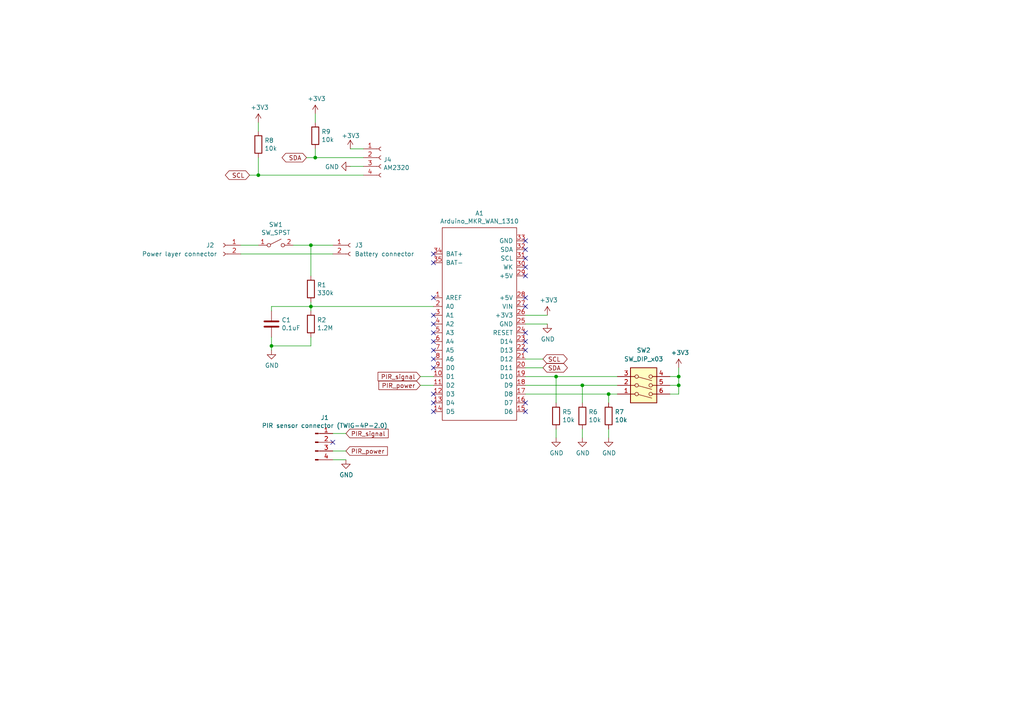
<source format=kicad_sch>
(kicad_sch
	(version 20231120)
	(generator "eeschema")
	(generator_version "8.0")
	(uuid "3a694d7a-4b4d-4871-92bb-18194055b51a")
	(paper "A4")
	(lib_symbols
		(symbol "BikeCounter-rescue:+3.3V-power"
			(power)
			(pin_names
				(offset 0)
			)
			(exclude_from_sim no)
			(in_bom yes)
			(on_board yes)
			(property "Reference" "#PWR"
				(at 0 -3.81 0)
				(effects
					(font
						(size 1.27 1.27)
					)
					(hide yes)
				)
			)
			(property "Value" "+3.3V-power"
				(at 0 3.556 0)
				(effects
					(font
						(size 1.27 1.27)
					)
				)
			)
			(property "Footprint" ""
				(at 0 0 0)
				(effects
					(font
						(size 1.27 1.27)
					)
					(hide yes)
				)
			)
			(property "Datasheet" ""
				(at 0 0 0)
				(effects
					(font
						(size 1.27 1.27)
					)
					(hide yes)
				)
			)
			(property "Description" ""
				(at 0 0 0)
				(effects
					(font
						(size 1.27 1.27)
					)
					(hide yes)
				)
			)
			(symbol "+3.3V-power_0_1"
				(polyline
					(pts
						(xy -0.762 1.27) (xy 0 2.54)
					)
					(stroke
						(width 0)
						(type solid)
					)
					(fill
						(type none)
					)
				)
				(polyline
					(pts
						(xy 0 0) (xy 0 2.54)
					)
					(stroke
						(width 0)
						(type solid)
					)
					(fill
						(type none)
					)
				)
				(polyline
					(pts
						(xy 0 2.54) (xy 0.762 1.27)
					)
					(stroke
						(width 0)
						(type solid)
					)
					(fill
						(type none)
					)
				)
			)
			(symbol "+3.3V-power_1_1"
				(pin power_in line
					(at 0 0 90)
					(length 0) hide
					(name "+3V3"
						(effects
							(font
								(size 1.27 1.27)
							)
						)
					)
					(number "1"
						(effects
							(font
								(size 1.27 1.27)
							)
						)
					)
				)
			)
		)
		(symbol "BikeCounter-rescue:Conn_01x02_Female-Connector"
			(pin_names
				(offset 1.016) hide)
			(exclude_from_sim no)
			(in_bom yes)
			(on_board yes)
			(property "Reference" "J"
				(at 0 2.54 0)
				(effects
					(font
						(size 1.27 1.27)
					)
				)
			)
			(property "Value" "Connector_Conn_01x02_Female"
				(at 0 -5.08 0)
				(effects
					(font
						(size 1.27 1.27)
					)
				)
			)
			(property "Footprint" ""
				(at 0 0 0)
				(effects
					(font
						(size 1.27 1.27)
					)
					(hide yes)
				)
			)
			(property "Datasheet" ""
				(at 0 0 0)
				(effects
					(font
						(size 1.27 1.27)
					)
					(hide yes)
				)
			)
			(property "Description" ""
				(at 0 0 0)
				(effects
					(font
						(size 1.27 1.27)
					)
					(hide yes)
				)
			)
			(property "ki_fp_filters" "Connector*:*_1x??_*"
				(at 0 0 0)
				(effects
					(font
						(size 1.27 1.27)
					)
					(hide yes)
				)
			)
			(symbol "Conn_01x02_Female-Connector_1_1"
				(arc
					(start 0 -2.032)
					(mid -0.5058 -2.54)
					(end 0 -3.048)
					(stroke
						(width 0.1524)
						(type solid)
					)
					(fill
						(type none)
					)
				)
				(polyline
					(pts
						(xy -1.27 -2.54) (xy -0.508 -2.54)
					)
					(stroke
						(width 0.1524)
						(type solid)
					)
					(fill
						(type none)
					)
				)
				(polyline
					(pts
						(xy -1.27 0) (xy -0.508 0)
					)
					(stroke
						(width 0.1524)
						(type solid)
					)
					(fill
						(type none)
					)
				)
				(arc
					(start 0 0.508)
					(mid -0.5058 0)
					(end 0 -0.508)
					(stroke
						(width 0.1524)
						(type solid)
					)
					(fill
						(type none)
					)
				)
				(pin passive line
					(at -5.08 0 0)
					(length 3.81)
					(name "Pin_1"
						(effects
							(font
								(size 1.27 1.27)
							)
						)
					)
					(number "1"
						(effects
							(font
								(size 1.27 1.27)
							)
						)
					)
				)
				(pin passive line
					(at -5.08 -2.54 0)
					(length 3.81)
					(name "Pin_2"
						(effects
							(font
								(size 1.27 1.27)
							)
						)
					)
					(number "2"
						(effects
							(font
								(size 1.27 1.27)
							)
						)
					)
				)
			)
		)
		(symbol "BikeCounter-rescue:Conn_01x04_Female-Connector"
			(pin_names
				(offset 1.016) hide)
			(exclude_from_sim no)
			(in_bom yes)
			(on_board yes)
			(property "Reference" "J"
				(at 0 5.08 0)
				(effects
					(font
						(size 1.27 1.27)
					)
				)
			)
			(property "Value" "Connector_Conn_01x04_Female"
				(at 0 -7.62 0)
				(effects
					(font
						(size 1.27 1.27)
					)
				)
			)
			(property "Footprint" ""
				(at 0 0 0)
				(effects
					(font
						(size 1.27 1.27)
					)
					(hide yes)
				)
			)
			(property "Datasheet" ""
				(at 0 0 0)
				(effects
					(font
						(size 1.27 1.27)
					)
					(hide yes)
				)
			)
			(property "Description" ""
				(at 0 0 0)
				(effects
					(font
						(size 1.27 1.27)
					)
					(hide yes)
				)
			)
			(property "ki_fp_filters" "Connector*:*_1x??_*"
				(at 0 0 0)
				(effects
					(font
						(size 1.27 1.27)
					)
					(hide yes)
				)
			)
			(symbol "Conn_01x04_Female-Connector_1_1"
				(arc
					(start 0 -4.572)
					(mid -0.5058 -5.08)
					(end 0 -5.588)
					(stroke
						(width 0.1524)
						(type solid)
					)
					(fill
						(type none)
					)
				)
				(arc
					(start 0 -2.032)
					(mid -0.5058 -2.54)
					(end 0 -3.048)
					(stroke
						(width 0.1524)
						(type solid)
					)
					(fill
						(type none)
					)
				)
				(polyline
					(pts
						(xy -1.27 -5.08) (xy -0.508 -5.08)
					)
					(stroke
						(width 0.1524)
						(type solid)
					)
					(fill
						(type none)
					)
				)
				(polyline
					(pts
						(xy -1.27 -2.54) (xy -0.508 -2.54)
					)
					(stroke
						(width 0.1524)
						(type solid)
					)
					(fill
						(type none)
					)
				)
				(polyline
					(pts
						(xy -1.27 0) (xy -0.508 0)
					)
					(stroke
						(width 0.1524)
						(type solid)
					)
					(fill
						(type none)
					)
				)
				(polyline
					(pts
						(xy -1.27 2.54) (xy -0.508 2.54)
					)
					(stroke
						(width 0.1524)
						(type solid)
					)
					(fill
						(type none)
					)
				)
				(arc
					(start 0 0.508)
					(mid -0.5058 0)
					(end 0 -0.508)
					(stroke
						(width 0.1524)
						(type solid)
					)
					(fill
						(type none)
					)
				)
				(arc
					(start 0 3.048)
					(mid -0.5058 2.54)
					(end 0 2.032)
					(stroke
						(width 0.1524)
						(type solid)
					)
					(fill
						(type none)
					)
				)
				(pin passive line
					(at -5.08 2.54 0)
					(length 3.81)
					(name "Pin_1"
						(effects
							(font
								(size 1.27 1.27)
							)
						)
					)
					(number "1"
						(effects
							(font
								(size 1.27 1.27)
							)
						)
					)
				)
				(pin passive line
					(at -5.08 0 0)
					(length 3.81)
					(name "Pin_2"
						(effects
							(font
								(size 1.27 1.27)
							)
						)
					)
					(number "2"
						(effects
							(font
								(size 1.27 1.27)
							)
						)
					)
				)
				(pin passive line
					(at -5.08 -2.54 0)
					(length 3.81)
					(name "Pin_3"
						(effects
							(font
								(size 1.27 1.27)
							)
						)
					)
					(number "3"
						(effects
							(font
								(size 1.27 1.27)
							)
						)
					)
				)
				(pin passive line
					(at -5.08 -5.08 0)
					(length 3.81)
					(name "Pin_4"
						(effects
							(font
								(size 1.27 1.27)
							)
						)
					)
					(number "4"
						(effects
							(font
								(size 1.27 1.27)
							)
						)
					)
				)
			)
		)
		(symbol "BikeCounter-rescue:Conn_01x04_Male-Connector"
			(pin_names
				(offset 1.016) hide)
			(exclude_from_sim no)
			(in_bom yes)
			(on_board yes)
			(property "Reference" "J"
				(at 0 5.08 0)
				(effects
					(font
						(size 1.27 1.27)
					)
				)
			)
			(property "Value" "Connector_Conn_01x04_Male"
				(at 0 -7.62 0)
				(effects
					(font
						(size 1.27 1.27)
					)
				)
			)
			(property "Footprint" ""
				(at 0 0 0)
				(effects
					(font
						(size 1.27 1.27)
					)
					(hide yes)
				)
			)
			(property "Datasheet" ""
				(at 0 0 0)
				(effects
					(font
						(size 1.27 1.27)
					)
					(hide yes)
				)
			)
			(property "Description" ""
				(at 0 0 0)
				(effects
					(font
						(size 1.27 1.27)
					)
					(hide yes)
				)
			)
			(property "ki_fp_filters" "Connector*:*_1x??_*"
				(at 0 0 0)
				(effects
					(font
						(size 1.27 1.27)
					)
					(hide yes)
				)
			)
			(symbol "Conn_01x04_Male-Connector_1_1"
				(polyline
					(pts
						(xy 1.27 -5.08) (xy 0.8636 -5.08)
					)
					(stroke
						(width 0.1524)
						(type solid)
					)
					(fill
						(type none)
					)
				)
				(polyline
					(pts
						(xy 1.27 -2.54) (xy 0.8636 -2.54)
					)
					(stroke
						(width 0.1524)
						(type solid)
					)
					(fill
						(type none)
					)
				)
				(polyline
					(pts
						(xy 1.27 0) (xy 0.8636 0)
					)
					(stroke
						(width 0.1524)
						(type solid)
					)
					(fill
						(type none)
					)
				)
				(polyline
					(pts
						(xy 1.27 2.54) (xy 0.8636 2.54)
					)
					(stroke
						(width 0.1524)
						(type solid)
					)
					(fill
						(type none)
					)
				)
				(rectangle
					(start 0.8636 -4.953)
					(end 0 -5.207)
					(stroke
						(width 0.1524)
						(type solid)
					)
					(fill
						(type outline)
					)
				)
				(rectangle
					(start 0.8636 -2.413)
					(end 0 -2.667)
					(stroke
						(width 0.1524)
						(type solid)
					)
					(fill
						(type outline)
					)
				)
				(rectangle
					(start 0.8636 0.127)
					(end 0 -0.127)
					(stroke
						(width 0.1524)
						(type solid)
					)
					(fill
						(type outline)
					)
				)
				(rectangle
					(start 0.8636 2.667)
					(end 0 2.413)
					(stroke
						(width 0.1524)
						(type solid)
					)
					(fill
						(type outline)
					)
				)
				(pin passive line
					(at 5.08 2.54 180)
					(length 3.81)
					(name "Pin_1"
						(effects
							(font
								(size 1.27 1.27)
							)
						)
					)
					(number "1"
						(effects
							(font
								(size 1.27 1.27)
							)
						)
					)
				)
				(pin passive line
					(at 5.08 0 180)
					(length 3.81)
					(name "Pin_2"
						(effects
							(font
								(size 1.27 1.27)
							)
						)
					)
					(number "2"
						(effects
							(font
								(size 1.27 1.27)
							)
						)
					)
				)
				(pin passive line
					(at 5.08 -2.54 180)
					(length 3.81)
					(name "Pin_3"
						(effects
							(font
								(size 1.27 1.27)
							)
						)
					)
					(number "3"
						(effects
							(font
								(size 1.27 1.27)
							)
						)
					)
				)
				(pin passive line
					(at 5.08 -5.08 180)
					(length 3.81)
					(name "Pin_4"
						(effects
							(font
								(size 1.27 1.27)
							)
						)
					)
					(number "4"
						(effects
							(font
								(size 1.27 1.27)
							)
						)
					)
				)
			)
		)
		(symbol "Device:C"
			(pin_numbers hide)
			(pin_names
				(offset 0.254)
			)
			(exclude_from_sim no)
			(in_bom yes)
			(on_board yes)
			(property "Reference" "C"
				(at 0.635 2.54 0)
				(effects
					(font
						(size 1.27 1.27)
					)
					(justify left)
				)
			)
			(property "Value" "C"
				(at 0.635 -2.54 0)
				(effects
					(font
						(size 1.27 1.27)
					)
					(justify left)
				)
			)
			(property "Footprint" ""
				(at 0.9652 -3.81 0)
				(effects
					(font
						(size 1.27 1.27)
					)
					(hide yes)
				)
			)
			(property "Datasheet" "~"
				(at 0 0 0)
				(effects
					(font
						(size 1.27 1.27)
					)
					(hide yes)
				)
			)
			(property "Description" "Unpolarized capacitor"
				(at 0 0 0)
				(effects
					(font
						(size 1.27 1.27)
					)
					(hide yes)
				)
			)
			(property "ki_keywords" "cap capacitor"
				(at 0 0 0)
				(effects
					(font
						(size 1.27 1.27)
					)
					(hide yes)
				)
			)
			(property "ki_fp_filters" "C_*"
				(at 0 0 0)
				(effects
					(font
						(size 1.27 1.27)
					)
					(hide yes)
				)
			)
			(symbol "C_0_1"
				(polyline
					(pts
						(xy -2.032 -0.762) (xy 2.032 -0.762)
					)
					(stroke
						(width 0.508)
						(type default)
					)
					(fill
						(type none)
					)
				)
				(polyline
					(pts
						(xy -2.032 0.762) (xy 2.032 0.762)
					)
					(stroke
						(width 0.508)
						(type default)
					)
					(fill
						(type none)
					)
				)
			)
			(symbol "C_1_1"
				(pin passive line
					(at 0 3.81 270)
					(length 2.794)
					(name "~"
						(effects
							(font
								(size 1.27 1.27)
							)
						)
					)
					(number "1"
						(effects
							(font
								(size 1.27 1.27)
							)
						)
					)
				)
				(pin passive line
					(at 0 -3.81 90)
					(length 2.794)
					(name "~"
						(effects
							(font
								(size 1.27 1.27)
							)
						)
					)
					(number "2"
						(effects
							(font
								(size 1.27 1.27)
							)
						)
					)
				)
			)
		)
		(symbol "Device:R"
			(pin_numbers hide)
			(pin_names
				(offset 0)
			)
			(exclude_from_sim no)
			(in_bom yes)
			(on_board yes)
			(property "Reference" "R"
				(at 2.032 0 90)
				(effects
					(font
						(size 1.27 1.27)
					)
				)
			)
			(property "Value" "R"
				(at 0 0 90)
				(effects
					(font
						(size 1.27 1.27)
					)
				)
			)
			(property "Footprint" ""
				(at -1.778 0 90)
				(effects
					(font
						(size 1.27 1.27)
					)
					(hide yes)
				)
			)
			(property "Datasheet" "~"
				(at 0 0 0)
				(effects
					(font
						(size 1.27 1.27)
					)
					(hide yes)
				)
			)
			(property "Description" "Resistor"
				(at 0 0 0)
				(effects
					(font
						(size 1.27 1.27)
					)
					(hide yes)
				)
			)
			(property "ki_keywords" "R res resistor"
				(at 0 0 0)
				(effects
					(font
						(size 1.27 1.27)
					)
					(hide yes)
				)
			)
			(property "ki_fp_filters" "R_*"
				(at 0 0 0)
				(effects
					(font
						(size 1.27 1.27)
					)
					(hide yes)
				)
			)
			(symbol "R_0_1"
				(rectangle
					(start -1.016 -2.54)
					(end 1.016 2.54)
					(stroke
						(width 0.254)
						(type default)
					)
					(fill
						(type none)
					)
				)
			)
			(symbol "R_1_1"
				(pin passive line
					(at 0 3.81 270)
					(length 1.27)
					(name "~"
						(effects
							(font
								(size 1.27 1.27)
							)
						)
					)
					(number "1"
						(effects
							(font
								(size 1.27 1.27)
							)
						)
					)
				)
				(pin passive line
					(at 0 -3.81 90)
					(length 1.27)
					(name "~"
						(effects
							(font
								(size 1.27 1.27)
							)
						)
					)
					(number "2"
						(effects
							(font
								(size 1.27 1.27)
							)
						)
					)
				)
			)
		)
		(symbol "General_TM:Arduino_MKR_WAN_1310"
			(pin_names
				(offset 1.016)
			)
			(exclude_from_sim no)
			(in_bom yes)
			(on_board yes)
			(property "Reference" "A"
				(at 0 33.02 0)
				(effects
					(font
						(size 1.27 1.27)
					)
				)
			)
			(property "Value" "Arduino_MKR_WAN_1310"
				(at 0 30.48 0)
				(effects
					(font
						(size 1.27 1.27)
					)
				)
			)
			(property "Footprint" "General_TM:Arduino_MKR_WAN_1310"
				(at 0 27.94 0)
				(effects
					(font
						(size 1.27 1.27)
					)
					(hide yes)
				)
			)
			(property "Datasheet" "https://store.arduino.cc/products/arduino-mkr-wan-1310"
				(at 0 29.21 0)
				(effects
					(font
						(size 1.27 1.27)
					)
					(hide yes)
				)
			)
			(property "Description" "Arduino MKR WAN 1310 LoRa"
				(at 0 0 0)
				(effects
					(font
						(size 1.27 1.27)
					)
					(hide yes)
				)
			)
			(symbol "Arduino_MKR_WAN_1310_0_1"
				(rectangle
					(start 10.16 26.67)
					(end -11.43 -29.21)
					(stroke
						(width 0)
						(type default)
					)
					(fill
						(type none)
					)
				)
			)
			(symbol "Arduino_MKR_WAN_1310_1_1"
				(pin input line
					(at -13.97 6.35 0)
					(length 2.54)
					(name "AREF"
						(effects
							(font
								(size 1.27 1.27)
							)
						)
					)
					(number "1"
						(effects
							(font
								(size 1.27 1.27)
							)
						)
					)
				)
				(pin bidirectional line
					(at -13.97 -16.51 0)
					(length 2.54)
					(name "D1"
						(effects
							(font
								(size 1.27 1.27)
							)
						)
					)
					(number "10"
						(effects
							(font
								(size 1.27 1.27)
							)
						)
					)
				)
				(pin bidirectional line
					(at -13.97 -19.05 0)
					(length 2.54)
					(name "D2"
						(effects
							(font
								(size 1.27 1.27)
							)
						)
					)
					(number "11"
						(effects
							(font
								(size 1.27 1.27)
							)
						)
					)
				)
				(pin bidirectional line
					(at -13.97 -21.59 0)
					(length 2.54)
					(name "D3"
						(effects
							(font
								(size 1.27 1.27)
							)
						)
					)
					(number "12"
						(effects
							(font
								(size 1.27 1.27)
							)
						)
					)
				)
				(pin bidirectional line
					(at -13.97 -24.13 0)
					(length 2.54)
					(name "D4"
						(effects
							(font
								(size 1.27 1.27)
							)
						)
					)
					(number "13"
						(effects
							(font
								(size 1.27 1.27)
							)
						)
					)
				)
				(pin bidirectional line
					(at -13.97 -26.67 0)
					(length 2.54)
					(name "D5"
						(effects
							(font
								(size 1.27 1.27)
							)
						)
					)
					(number "14"
						(effects
							(font
								(size 1.27 1.27)
							)
						)
					)
				)
				(pin bidirectional line
					(at 12.7 -26.67 180)
					(length 2.54)
					(name "D6"
						(effects
							(font
								(size 1.27 1.27)
							)
						)
					)
					(number "15"
						(effects
							(font
								(size 1.27 1.27)
							)
						)
					)
				)
				(pin bidirectional line
					(at 12.7 -24.13 180)
					(length 2.54)
					(name "D7"
						(effects
							(font
								(size 1.27 1.27)
							)
						)
					)
					(number "16"
						(effects
							(font
								(size 1.27 1.27)
							)
						)
					)
				)
				(pin bidirectional line
					(at 12.7 -21.59 180)
					(length 2.54)
					(name "D8"
						(effects
							(font
								(size 1.27 1.27)
							)
						)
					)
					(number "17"
						(effects
							(font
								(size 1.27 1.27)
							)
						)
					)
				)
				(pin bidirectional line
					(at 12.7 -19.05 180)
					(length 2.54)
					(name "D9"
						(effects
							(font
								(size 1.27 1.27)
							)
						)
					)
					(number "18"
						(effects
							(font
								(size 1.27 1.27)
							)
						)
					)
				)
				(pin bidirectional line
					(at 12.7 -16.51 180)
					(length 2.54)
					(name "D10"
						(effects
							(font
								(size 1.27 1.27)
							)
						)
					)
					(number "19"
						(effects
							(font
								(size 1.27 1.27)
							)
						)
					)
				)
				(pin bidirectional line
					(at -13.97 3.81 0)
					(length 2.54)
					(name "A0"
						(effects
							(font
								(size 1.27 1.27)
							)
						)
					)
					(number "2"
						(effects
							(font
								(size 1.27 1.27)
							)
						)
					)
				)
				(pin bidirectional line
					(at 12.7 -13.97 180)
					(length 2.54)
					(name "D11"
						(effects
							(font
								(size 1.27 1.27)
							)
						)
					)
					(number "20"
						(effects
							(font
								(size 1.27 1.27)
							)
						)
					)
				)
				(pin bidirectional line
					(at 12.7 -11.43 180)
					(length 2.54)
					(name "D12"
						(effects
							(font
								(size 1.27 1.27)
							)
						)
					)
					(number "21"
						(effects
							(font
								(size 1.27 1.27)
							)
						)
					)
				)
				(pin bidirectional line
					(at 12.7 -8.89 180)
					(length 2.54)
					(name "D13"
						(effects
							(font
								(size 1.27 1.27)
							)
						)
					)
					(number "22"
						(effects
							(font
								(size 1.27 1.27)
							)
						)
					)
				)
				(pin bidirectional line
					(at 12.7 -6.35 180)
					(length 2.54)
					(name "D14"
						(effects
							(font
								(size 1.27 1.27)
							)
						)
					)
					(number "23"
						(effects
							(font
								(size 1.27 1.27)
							)
						)
					)
				)
				(pin input line
					(at 12.7 -3.81 180)
					(length 2.54)
					(name "RESET"
						(effects
							(font
								(size 1.27 1.27)
							)
						)
					)
					(number "24"
						(effects
							(font
								(size 1.27 1.27)
							)
						)
					)
				)
				(pin power_in line
					(at 12.7 -1.27 180)
					(length 2.54)
					(name "GND"
						(effects
							(font
								(size 1.27 1.27)
							)
						)
					)
					(number "25"
						(effects
							(font
								(size 1.27 1.27)
							)
						)
					)
				)
				(pin power_out line
					(at 12.7 1.27 180)
					(length 2.54)
					(name "+3V3"
						(effects
							(font
								(size 1.27 1.27)
							)
						)
					)
					(number "26"
						(effects
							(font
								(size 1.27 1.27)
							)
						)
					)
				)
				(pin power_in line
					(at 12.7 3.81 180)
					(length 2.54)
					(name "VIN"
						(effects
							(font
								(size 1.27 1.27)
							)
						)
					)
					(number "27"
						(effects
							(font
								(size 1.27 1.27)
							)
						)
					)
				)
				(pin power_out line
					(at 12.7 6.35 180)
					(length 2.54)
					(name "+5V"
						(effects
							(font
								(size 1.27 1.27)
							)
						)
					)
					(number "28"
						(effects
							(font
								(size 1.27 1.27)
							)
						)
					)
				)
				(pin power_out line
					(at 12.7 12.7 180)
					(length 2.54)
					(name "+5V"
						(effects
							(font
								(size 1.27 1.27)
							)
						)
					)
					(number "29"
						(effects
							(font
								(size 1.27 1.27)
							)
						)
					)
				)
				(pin bidirectional line
					(at -13.97 1.27 0)
					(length 2.54)
					(name "A1"
						(effects
							(font
								(size 1.27 1.27)
							)
						)
					)
					(number "3"
						(effects
							(font
								(size 1.27 1.27)
							)
						)
					)
				)
				(pin bidirectional line
					(at 12.7 15.24 180)
					(length 2.54)
					(name "WK"
						(effects
							(font
								(size 1.27 1.27)
							)
						)
					)
					(number "30"
						(effects
							(font
								(size 1.27 1.27)
							)
						)
					)
				)
				(pin bidirectional line
					(at 12.7 17.78 180)
					(length 2.54)
					(name "SCL"
						(effects
							(font
								(size 1.27 1.27)
							)
						)
					)
					(number "31"
						(effects
							(font
								(size 1.27 1.27)
							)
						)
					)
				)
				(pin bidirectional line
					(at 12.7 20.32 180)
					(length 2.54)
					(name "SDA"
						(effects
							(font
								(size 1.27 1.27)
							)
						)
					)
					(number "32"
						(effects
							(font
								(size 1.27 1.27)
							)
						)
					)
				)
				(pin power_in line
					(at 12.7 22.86 180)
					(length 2.54)
					(name "GND"
						(effects
							(font
								(size 1.27 1.27)
							)
						)
					)
					(number "33"
						(effects
							(font
								(size 1.27 1.27)
							)
						)
					)
				)
				(pin power_in line
					(at -13.97 19.05 0)
					(length 2.54)
					(name "BAT+"
						(effects
							(font
								(size 1.27 1.27)
							)
						)
					)
					(number "34"
						(effects
							(font
								(size 1.27 1.27)
							)
						)
					)
				)
				(pin power_in line
					(at -13.97 16.51 0)
					(length 2.54)
					(name "BAT-"
						(effects
							(font
								(size 1.27 1.27)
							)
						)
					)
					(number "35"
						(effects
							(font
								(size 1.27 1.27)
							)
						)
					)
				)
				(pin bidirectional line
					(at -13.97 -1.27 0)
					(length 2.54)
					(name "A2"
						(effects
							(font
								(size 1.27 1.27)
							)
						)
					)
					(number "4"
						(effects
							(font
								(size 1.27 1.27)
							)
						)
					)
				)
				(pin bidirectional line
					(at -13.97 -3.81 0)
					(length 2.54)
					(name "A3"
						(effects
							(font
								(size 1.27 1.27)
							)
						)
					)
					(number "5"
						(effects
							(font
								(size 1.27 1.27)
							)
						)
					)
				)
				(pin bidirectional line
					(at -13.97 -6.35 0)
					(length 2.54)
					(name "A4"
						(effects
							(font
								(size 1.27 1.27)
							)
						)
					)
					(number "6"
						(effects
							(font
								(size 1.27 1.27)
							)
						)
					)
				)
				(pin bidirectional line
					(at -13.97 -8.89 0)
					(length 2.54)
					(name "A5"
						(effects
							(font
								(size 1.27 1.27)
							)
						)
					)
					(number "7"
						(effects
							(font
								(size 1.27 1.27)
							)
						)
					)
				)
				(pin bidirectional line
					(at -13.97 -11.43 0)
					(length 2.54)
					(name "A6"
						(effects
							(font
								(size 1.27 1.27)
							)
						)
					)
					(number "8"
						(effects
							(font
								(size 1.27 1.27)
							)
						)
					)
				)
				(pin bidirectional line
					(at -13.97 -13.97 0)
					(length 2.54)
					(name "D0"
						(effects
							(font
								(size 1.27 1.27)
							)
						)
					)
					(number "9"
						(effects
							(font
								(size 1.27 1.27)
							)
						)
					)
				)
			)
		)
		(symbol "Switch:SW_DIP_x03"
			(pin_names
				(offset 0) hide)
			(exclude_from_sim no)
			(in_bom yes)
			(on_board yes)
			(property "Reference" "SW"
				(at 0 8.89 0)
				(effects
					(font
						(size 1.27 1.27)
					)
				)
			)
			(property "Value" "SW_DIP_x03"
				(at 0 -3.81 0)
				(effects
					(font
						(size 1.27 1.27)
					)
				)
			)
			(property "Footprint" ""
				(at 0 0 0)
				(effects
					(font
						(size 1.27 1.27)
					)
					(hide yes)
				)
			)
			(property "Datasheet" "~"
				(at 0 0 0)
				(effects
					(font
						(size 1.27 1.27)
					)
					(hide yes)
				)
			)
			(property "Description" "3x DIP Switch, Single Pole Single Throw (SPST) switch, small symbol"
				(at 0 0 0)
				(effects
					(font
						(size 1.27 1.27)
					)
					(hide yes)
				)
			)
			(property "ki_keywords" "dip switch"
				(at 0 0 0)
				(effects
					(font
						(size 1.27 1.27)
					)
					(hide yes)
				)
			)
			(property "ki_fp_filters" "SW?DIP?x3*"
				(at 0 0 0)
				(effects
					(font
						(size 1.27 1.27)
					)
					(hide yes)
				)
			)
			(symbol "SW_DIP_x03_0_0"
				(circle
					(center -2.032 0)
					(radius 0.508)
					(stroke
						(width 0)
						(type default)
					)
					(fill
						(type none)
					)
				)
				(circle
					(center -2.032 2.54)
					(radius 0.508)
					(stroke
						(width 0)
						(type default)
					)
					(fill
						(type none)
					)
				)
				(circle
					(center -2.032 5.08)
					(radius 0.508)
					(stroke
						(width 0)
						(type default)
					)
					(fill
						(type none)
					)
				)
				(polyline
					(pts
						(xy -1.524 0.127) (xy 2.3622 1.1684)
					)
					(stroke
						(width 0)
						(type default)
					)
					(fill
						(type none)
					)
				)
				(polyline
					(pts
						(xy -1.524 2.667) (xy 2.3622 3.7084)
					)
					(stroke
						(width 0)
						(type default)
					)
					(fill
						(type none)
					)
				)
				(polyline
					(pts
						(xy -1.524 5.207) (xy 2.3622 6.2484)
					)
					(stroke
						(width 0)
						(type default)
					)
					(fill
						(type none)
					)
				)
				(circle
					(center 2.032 0)
					(radius 0.508)
					(stroke
						(width 0)
						(type default)
					)
					(fill
						(type none)
					)
				)
				(circle
					(center 2.032 2.54)
					(radius 0.508)
					(stroke
						(width 0)
						(type default)
					)
					(fill
						(type none)
					)
				)
				(circle
					(center 2.032 5.08)
					(radius 0.508)
					(stroke
						(width 0)
						(type default)
					)
					(fill
						(type none)
					)
				)
			)
			(symbol "SW_DIP_x03_0_1"
				(rectangle
					(start -3.81 7.62)
					(end 3.81 -2.54)
					(stroke
						(width 0.254)
						(type default)
					)
					(fill
						(type background)
					)
				)
			)
			(symbol "SW_DIP_x03_1_1"
				(pin passive line
					(at -7.62 5.08 0)
					(length 5.08)
					(name "~"
						(effects
							(font
								(size 1.27 1.27)
							)
						)
					)
					(number "1"
						(effects
							(font
								(size 1.27 1.27)
							)
						)
					)
				)
				(pin passive line
					(at -7.62 2.54 0)
					(length 5.08)
					(name "~"
						(effects
							(font
								(size 1.27 1.27)
							)
						)
					)
					(number "2"
						(effects
							(font
								(size 1.27 1.27)
							)
						)
					)
				)
				(pin passive line
					(at -7.62 0 0)
					(length 5.08)
					(name "~"
						(effects
							(font
								(size 1.27 1.27)
							)
						)
					)
					(number "3"
						(effects
							(font
								(size 1.27 1.27)
							)
						)
					)
				)
				(pin passive line
					(at 7.62 0 180)
					(length 5.08)
					(name "~"
						(effects
							(font
								(size 1.27 1.27)
							)
						)
					)
					(number "4"
						(effects
							(font
								(size 1.27 1.27)
							)
						)
					)
				)
				(pin passive line
					(at 7.62 2.54 180)
					(length 5.08)
					(name "~"
						(effects
							(font
								(size 1.27 1.27)
							)
						)
					)
					(number "5"
						(effects
							(font
								(size 1.27 1.27)
							)
						)
					)
				)
				(pin passive line
					(at 7.62 5.08 180)
					(length 5.08)
					(name "~"
						(effects
							(font
								(size 1.27 1.27)
							)
						)
					)
					(number "6"
						(effects
							(font
								(size 1.27 1.27)
							)
						)
					)
				)
			)
		)
		(symbol "Switch:SW_SPST"
			(pin_names
				(offset 0) hide)
			(exclude_from_sim no)
			(in_bom yes)
			(on_board yes)
			(property "Reference" "SW"
				(at 0 3.175 0)
				(effects
					(font
						(size 1.27 1.27)
					)
				)
			)
			(property "Value" "SW_SPST"
				(at 0 -2.54 0)
				(effects
					(font
						(size 1.27 1.27)
					)
				)
			)
			(property "Footprint" ""
				(at 0 0 0)
				(effects
					(font
						(size 1.27 1.27)
					)
					(hide yes)
				)
			)
			(property "Datasheet" "~"
				(at 0 0 0)
				(effects
					(font
						(size 1.27 1.27)
					)
					(hide yes)
				)
			)
			(property "Description" "Single Pole Single Throw (SPST) switch"
				(at 0 0 0)
				(effects
					(font
						(size 1.27 1.27)
					)
					(hide yes)
				)
			)
			(property "ki_keywords" "switch lever"
				(at 0 0 0)
				(effects
					(font
						(size 1.27 1.27)
					)
					(hide yes)
				)
			)
			(symbol "SW_SPST_0_0"
				(circle
					(center -2.032 0)
					(radius 0.508)
					(stroke
						(width 0)
						(type default)
					)
					(fill
						(type none)
					)
				)
				(polyline
					(pts
						(xy -1.524 0.254) (xy 1.524 1.778)
					)
					(stroke
						(width 0)
						(type default)
					)
					(fill
						(type none)
					)
				)
				(circle
					(center 2.032 0)
					(radius 0.508)
					(stroke
						(width 0)
						(type default)
					)
					(fill
						(type none)
					)
				)
			)
			(symbol "SW_SPST_1_1"
				(pin passive line
					(at -5.08 0 0)
					(length 2.54)
					(name "A"
						(effects
							(font
								(size 1.27 1.27)
							)
						)
					)
					(number "1"
						(effects
							(font
								(size 1.27 1.27)
							)
						)
					)
				)
				(pin passive line
					(at 5.08 0 180)
					(length 2.54)
					(name "B"
						(effects
							(font
								(size 1.27 1.27)
							)
						)
					)
					(number "2"
						(effects
							(font
								(size 1.27 1.27)
							)
						)
					)
				)
			)
		)
		(symbol "power:GND"
			(power)
			(pin_names
				(offset 0)
			)
			(exclude_from_sim no)
			(in_bom yes)
			(on_board yes)
			(property "Reference" "#PWR"
				(at 0 -6.35 0)
				(effects
					(font
						(size 1.27 1.27)
					)
					(hide yes)
				)
			)
			(property "Value" "GND"
				(at 0 -3.81 0)
				(effects
					(font
						(size 1.27 1.27)
					)
				)
			)
			(property "Footprint" ""
				(at 0 0 0)
				(effects
					(font
						(size 1.27 1.27)
					)
					(hide yes)
				)
			)
			(property "Datasheet" ""
				(at 0 0 0)
				(effects
					(font
						(size 1.27 1.27)
					)
					(hide yes)
				)
			)
			(property "Description" "Power symbol creates a global label with name \"GND\" , ground"
				(at 0 0 0)
				(effects
					(font
						(size 1.27 1.27)
					)
					(hide yes)
				)
			)
			(property "ki_keywords" "global power"
				(at 0 0 0)
				(effects
					(font
						(size 1.27 1.27)
					)
					(hide yes)
				)
			)
			(symbol "GND_0_1"
				(polyline
					(pts
						(xy 0 0) (xy 0 -1.27) (xy 1.27 -1.27) (xy 0 -2.54) (xy -1.27 -1.27) (xy 0 -1.27)
					)
					(stroke
						(width 0)
						(type default)
					)
					(fill
						(type none)
					)
				)
			)
			(symbol "GND_1_1"
				(pin power_in line
					(at 0 0 270)
					(length 0) hide
					(name "GND"
						(effects
							(font
								(size 1.27 1.27)
							)
						)
					)
					(number "1"
						(effects
							(font
								(size 1.27 1.27)
							)
						)
					)
				)
			)
		)
	)
	(junction
		(at 90.17 88.9)
		(diameter 0)
		(color 0 0 0 0)
		(uuid "13791859-2258-4786-b79a-ceeb11bb0312")
	)
	(junction
		(at 176.53 114.3)
		(diameter 0)
		(color 0 0 0 0)
		(uuid "41778123-b393-47ea-ac4a-47a6c57a7b15")
	)
	(junction
		(at 168.91 111.76)
		(diameter 0)
		(color 0 0 0 0)
		(uuid "482cd0b6-74e5-4414-bd1e-39491dcbcc5f")
	)
	(junction
		(at 161.29 109.22)
		(diameter 0)
		(color 0 0 0 0)
		(uuid "5aeae8a7-725f-4f1c-8593-75a8d8ff0f55")
	)
	(junction
		(at 90.17 71.12)
		(diameter 0)
		(color 0 0 0 0)
		(uuid "81e46121-9bb9-4bb9-b031-dc435892f212")
	)
	(junction
		(at 91.44 45.72)
		(diameter 0)
		(color 0 0 0 0)
		(uuid "c707901b-b023-4128-8f5b-a0f0f274b2e6")
	)
	(junction
		(at 196.85 111.76)
		(diameter 0)
		(color 0 0 0 0)
		(uuid "cb9b7548-7146-41c9-a3e9-52d6dc2b430f")
	)
	(junction
		(at 74.93 50.8)
		(diameter 0)
		(color 0 0 0 0)
		(uuid "e83c4192-d3c6-4e1d-9cfc-822115d1bfe0")
	)
	(junction
		(at 78.74 100.33)
		(diameter 0)
		(color 0 0 0 0)
		(uuid "e9b7bfd6-1129-432e-bf57-cb89c702ef17")
	)
	(junction
		(at 196.85 109.22)
		(diameter 0)
		(color 0 0 0 0)
		(uuid "ea5ecf15-19aa-40c2-9a79-fc9353152779")
	)
	(no_connect
		(at 125.73 101.6)
		(uuid "07a14791-efc7-48f6-9ee0-d42e2b40508b")
	)
	(no_connect
		(at 125.73 91.44)
		(uuid "07d731f4-2813-46db-b2ea-2354a9f38917")
	)
	(no_connect
		(at 152.4 116.84)
		(uuid "0f8e0eba-d102-4e0b-a57e-6bf658cb43aa")
	)
	(no_connect
		(at 152.4 88.9)
		(uuid "15a28d4e-7542-45fa-ab8a-8a425377ba4f")
	)
	(no_connect
		(at 125.73 76.2)
		(uuid "1c4c40a9-c69a-4745-a254-6d128a71adfc")
	)
	(no_connect
		(at 152.4 96.52)
		(uuid "2aa1d357-51ad-4b1c-b781-fcc263af8ec8")
	)
	(no_connect
		(at 152.4 86.36)
		(uuid "2aa7bdf8-7948-452e-ada2-10f4c18bfd68")
	)
	(no_connect
		(at 125.73 86.36)
		(uuid "2dd47081-41f5-4231-af10-98049b8fefea")
	)
	(no_connect
		(at 152.4 72.39)
		(uuid "32bafa02-cf98-49b5-beb1-1645735d8975")
	)
	(no_connect
		(at 125.73 96.52)
		(uuid "380e9a91-515d-4d8a-b2ce-02eeef781662")
	)
	(no_connect
		(at 152.4 101.6)
		(uuid "4e9b0159-05ae-4554-bcf6-ea98ff00e2b5")
	)
	(no_connect
		(at 125.73 114.3)
		(uuid "56493b34-8e3c-4638-adea-4c770442458b")
	)
	(no_connect
		(at 125.73 73.66)
		(uuid "6560f5f3-0587-4cc3-932b-be9b3356fb82")
	)
	(no_connect
		(at 152.4 69.85)
		(uuid "70e88ed5-56b5-401d-b70f-b9bdae1a4381")
	)
	(no_connect
		(at 152.4 119.38)
		(uuid "72458c22-291e-4313-b4b7-ffa4ca7dac51")
	)
	(no_connect
		(at 152.4 77.47)
		(uuid "83d5fb8d-bbde-48e6-92db-6ad19ed7de40")
	)
	(no_connect
		(at 152.4 99.06)
		(uuid "9f9a90fd-8ed8-4e4a-a264-59ae06b0fc77")
	)
	(no_connect
		(at 125.73 119.38)
		(uuid "a7d72d99-073c-480d-9a3e-a3c8c0486d44")
	)
	(no_connect
		(at 125.73 106.68)
		(uuid "b628de99-806d-43d3-919c-347fed6d0935")
	)
	(no_connect
		(at 125.73 99.06)
		(uuid "bdba3469-20eb-4643-aed6-0416bd0b449d")
	)
	(no_connect
		(at 125.73 93.98)
		(uuid "c3e8d378-0c9d-4fd2-87d9-de35dc095a3a")
	)
	(no_connect
		(at 96.52 128.27)
		(uuid "c9bf1911-5b7d-4825-af68-6f790155dbdf")
	)
	(no_connect
		(at 152.4 80.01)
		(uuid "cbdaa4f7-7e16-4b77-954c-2e8fdc9b79e1")
	)
	(no_connect
		(at 125.73 104.14)
		(uuid "d4a5b89c-9d14-42e0-9f45-8b493195027e")
	)
	(no_connect
		(at 152.4 74.93)
		(uuid "e9ca673d-c0b1-411c-bc05-62ddd49757ca")
	)
	(no_connect
		(at 125.73 116.84)
		(uuid "ffeb1986-de7a-456c-b4c8-54d927befaa7")
	)
	(wire
		(pts
			(xy 121.92 109.22) (xy 125.73 109.22)
		)
		(stroke
			(width 0)
			(type default)
		)
		(uuid "166944b2-79d8-4c0a-8e6a-954c090ae569")
	)
	(wire
		(pts
			(xy 78.74 90.17) (xy 78.74 88.9)
		)
		(stroke
			(width 0)
			(type default)
		)
		(uuid "1ed958f9-aaec-4429-9dd5-39fb9cea68c7")
	)
	(wire
		(pts
			(xy 168.91 111.76) (xy 179.07 111.76)
		)
		(stroke
			(width 0)
			(type default)
		)
		(uuid "21a2408f-c474-4dd0-a14f-670ed61fe339")
	)
	(wire
		(pts
			(xy 69.85 71.12) (xy 74.93 71.12)
		)
		(stroke
			(width 0)
			(type default)
		)
		(uuid "23cc8df3-237c-48b2-bb8b-08b3f63a0aa9")
	)
	(wire
		(pts
			(xy 152.4 104.14) (xy 157.48 104.14)
		)
		(stroke
			(width 0)
			(type default)
		)
		(uuid "27e69c2d-3260-42dd-9371-08dbe86f529f")
	)
	(wire
		(pts
			(xy 152.4 111.76) (xy 168.91 111.76)
		)
		(stroke
			(width 0)
			(type default)
		)
		(uuid "291c1ffb-c4cb-488f-9325-65d1df5c2dba")
	)
	(wire
		(pts
			(xy 176.53 124.46) (xy 176.53 127)
		)
		(stroke
			(width 0)
			(type default)
		)
		(uuid "2aad9611-22f0-4cef-baf2-ebb9239d74c6")
	)
	(wire
		(pts
			(xy 90.17 100.33) (xy 90.17 97.79)
		)
		(stroke
			(width 0)
			(type default)
		)
		(uuid "35cef00f-4d6a-443f-beb5-f81d59be4967")
	)
	(wire
		(pts
			(xy 90.17 71.12) (xy 90.17 80.01)
		)
		(stroke
			(width 0)
			(type default)
		)
		(uuid "36a25738-20f1-4052-9f76-b724cc6b3419")
	)
	(wire
		(pts
			(xy 121.92 111.76) (xy 125.73 111.76)
		)
		(stroke
			(width 0)
			(type default)
		)
		(uuid "39de416b-aa55-4dce-ac41-c77f4ebe0454")
	)
	(wire
		(pts
			(xy 78.74 88.9) (xy 90.17 88.9)
		)
		(stroke
			(width 0)
			(type default)
		)
		(uuid "3f7385ea-39a3-46c9-bf4f-c1d4f9657a34")
	)
	(wire
		(pts
			(xy 176.53 114.3) (xy 176.53 116.84)
		)
		(stroke
			(width 0)
			(type default)
		)
		(uuid "40b9b2ef-f918-4d80-aee7-8d4c775788c9")
	)
	(wire
		(pts
			(xy 90.17 88.9) (xy 90.17 90.17)
		)
		(stroke
			(width 0)
			(type default)
		)
		(uuid "501146f6-bf72-4f8d-9d2d-4598fbcfee16")
	)
	(wire
		(pts
			(xy 90.17 100.33) (xy 78.74 100.33)
		)
		(stroke
			(width 0)
			(type default)
		)
		(uuid "5387fdc6-b89a-4fe3-9f95-6e985c0106aa")
	)
	(wire
		(pts
			(xy 90.17 87.63) (xy 90.17 88.9)
		)
		(stroke
			(width 0)
			(type default)
		)
		(uuid "54e83a76-7e87-4766-ab53-9832fa3400b6")
	)
	(wire
		(pts
			(xy 196.85 109.22) (xy 196.85 111.76)
		)
		(stroke
			(width 0)
			(type default)
		)
		(uuid "5521b327-1a3c-4905-a182-5511fcde0cd2")
	)
	(wire
		(pts
			(xy 152.4 106.68) (xy 157.48 106.68)
		)
		(stroke
			(width 0)
			(type default)
		)
		(uuid "5ab4f404-d32b-4887-a430-34698b4b985f")
	)
	(wire
		(pts
			(xy 161.29 116.84) (xy 161.29 109.22)
		)
		(stroke
			(width 0)
			(type default)
		)
		(uuid "676e08aa-0630-49f4-a1a4-d21669b28c37")
	)
	(wire
		(pts
			(xy 196.85 106.68) (xy 196.85 109.22)
		)
		(stroke
			(width 0)
			(type default)
		)
		(uuid "72e0b534-219c-4ce3-ac60-9113a8eb10d6")
	)
	(wire
		(pts
			(xy 74.93 35.56) (xy 74.93 38.1)
		)
		(stroke
			(width 0)
			(type default)
		)
		(uuid "73fcbb5d-e239-4b80-8814-eb2a0b735e81")
	)
	(wire
		(pts
			(xy 90.17 71.12) (xy 96.52 71.12)
		)
		(stroke
			(width 0)
			(type default)
		)
		(uuid "7725a0b3-1874-4716-b067-dee09c2933a0")
	)
	(wire
		(pts
			(xy 176.53 114.3) (xy 179.07 114.3)
		)
		(stroke
			(width 0)
			(type default)
		)
		(uuid "79925e50-204d-4e46-80d4-295c411b1cc4")
	)
	(wire
		(pts
			(xy 74.93 45.72) (xy 74.93 50.8)
		)
		(stroke
			(width 0)
			(type default)
		)
		(uuid "7abe79d8-63c4-44e9-9afc-6afd79128863")
	)
	(wire
		(pts
			(xy 105.41 43.18) (xy 101.6 43.18)
		)
		(stroke
			(width 0)
			(type default)
		)
		(uuid "8a78e2ed-38d2-4e1a-8bfa-62e81716e300")
	)
	(wire
		(pts
			(xy 85.09 71.12) (xy 90.17 71.12)
		)
		(stroke
			(width 0)
			(type default)
		)
		(uuid "8c316117-59f4-44c7-9038-d5a492239568")
	)
	(wire
		(pts
			(xy 78.74 100.33) (xy 78.74 97.79)
		)
		(stroke
			(width 0)
			(type default)
		)
		(uuid "8c4a6f23-818a-46ea-b453-9dee170b04e7")
	)
	(wire
		(pts
			(xy 74.93 50.8) (xy 105.41 50.8)
		)
		(stroke
			(width 0)
			(type default)
		)
		(uuid "8c70432c-3b45-4451-97a7-28e79c379366")
	)
	(wire
		(pts
			(xy 152.4 109.22) (xy 161.29 109.22)
		)
		(stroke
			(width 0)
			(type default)
		)
		(uuid "8d178a34-9fd1-450e-93c4-a635ca14542f")
	)
	(wire
		(pts
			(xy 96.52 125.73) (xy 100.33 125.73)
		)
		(stroke
			(width 0)
			(type default)
		)
		(uuid "91e77e4c-24fd-4cd5-a657-abae1e05cbd9")
	)
	(wire
		(pts
			(xy 152.4 114.3) (xy 176.53 114.3)
		)
		(stroke
			(width 0)
			(type default)
		)
		(uuid "9daf806c-5c2e-44fb-8cd6-a4e4332ffe23")
	)
	(wire
		(pts
			(xy 91.44 45.72) (xy 91.44 43.18)
		)
		(stroke
			(width 0)
			(type default)
		)
		(uuid "ae3a6953-34f6-478e-ae2c-0d21ef37f7f7")
	)
	(wire
		(pts
			(xy 91.44 45.72) (xy 88.9 45.72)
		)
		(stroke
			(width 0)
			(type default)
		)
		(uuid "b4ba9bac-9740-4402-b930-49ec7446585c")
	)
	(wire
		(pts
			(xy 168.91 124.46) (xy 168.91 127)
		)
		(stroke
			(width 0)
			(type default)
		)
		(uuid "b4ddff1b-31ff-42f0-a734-935e3e298945")
	)
	(wire
		(pts
			(xy 96.52 130.81) (xy 100.33 130.81)
		)
		(stroke
			(width 0)
			(type default)
		)
		(uuid "b74ec599-c8ef-4eb2-a261-f8c1069e5a78")
	)
	(wire
		(pts
			(xy 194.31 109.22) (xy 196.85 109.22)
		)
		(stroke
			(width 0)
			(type default)
		)
		(uuid "c277c526-7a9b-4c2a-9d68-68de36e71369")
	)
	(wire
		(pts
			(xy 91.44 45.72) (xy 105.41 45.72)
		)
		(stroke
			(width 0)
			(type default)
		)
		(uuid "c2d9709e-d1e5-4f5d-92b4-234240c72770")
	)
	(wire
		(pts
			(xy 69.85 73.66) (xy 96.52 73.66)
		)
		(stroke
			(width 0)
			(type default)
		)
		(uuid "c82d5ac8-76ee-4790-93e0-79197641e971")
	)
	(wire
		(pts
			(xy 90.17 88.9) (xy 125.73 88.9)
		)
		(stroke
			(width 0)
			(type default)
		)
		(uuid "c911c88b-5090-4eff-866e-bbc05357ad0d")
	)
	(wire
		(pts
			(xy 78.74 101.6) (xy 78.74 100.33)
		)
		(stroke
			(width 0)
			(type default)
		)
		(uuid "cb7ee06d-7be8-4954-be66-9de37a8d76c3")
	)
	(wire
		(pts
			(xy 168.91 116.84) (xy 168.91 111.76)
		)
		(stroke
			(width 0)
			(type default)
		)
		(uuid "cd23401b-d558-4ddc-889a-d85e9e772be4")
	)
	(wire
		(pts
			(xy 152.4 93.98) (xy 158.75 93.98)
		)
		(stroke
			(width 0)
			(type default)
		)
		(uuid "ce12a7d3-7890-42ae-a574-8ddd306640a7")
	)
	(wire
		(pts
			(xy 161.29 109.22) (xy 179.07 109.22)
		)
		(stroke
			(width 0)
			(type default)
		)
		(uuid "d12ec0d4-f350-4199-ba4c-33bddf36e490")
	)
	(wire
		(pts
			(xy 96.52 133.35) (xy 100.33 133.35)
		)
		(stroke
			(width 0)
			(type default)
		)
		(uuid "d8df3f39-6f96-4ca8-98b1-d94783eff5c3")
	)
	(wire
		(pts
			(xy 152.4 91.44) (xy 158.75 91.44)
		)
		(stroke
			(width 0)
			(type default)
		)
		(uuid "d9146bdc-e8c0-4ff7-949e-cd31d0bb0305")
	)
	(wire
		(pts
			(xy 194.31 111.76) (xy 196.85 111.76)
		)
		(stroke
			(width 0)
			(type default)
		)
		(uuid "db05391b-f7e6-4a1b-8f70-0ee2b8d14878")
	)
	(wire
		(pts
			(xy 74.93 50.8) (xy 72.39 50.8)
		)
		(stroke
			(width 0)
			(type default)
		)
		(uuid "dd6b63ab-327c-471f-ba1e-2c3911a59145")
	)
	(wire
		(pts
			(xy 161.29 124.46) (xy 161.29 127)
		)
		(stroke
			(width 0)
			(type default)
		)
		(uuid "dd7f1ebb-1172-4e43-bf77-70dbb3c46eaf")
	)
	(wire
		(pts
			(xy 91.44 33.02) (xy 91.44 35.56)
		)
		(stroke
			(width 0)
			(type default)
		)
		(uuid "e11e579a-1e02-4ffe-9811-9f9902d6c85c")
	)
	(wire
		(pts
			(xy 196.85 114.3) (xy 194.31 114.3)
		)
		(stroke
			(width 0)
			(type default)
		)
		(uuid "e99deb64-4974-4fc9-83b5-18ded2a89121")
	)
	(wire
		(pts
			(xy 196.85 111.76) (xy 196.85 114.3)
		)
		(stroke
			(width 0)
			(type default)
		)
		(uuid "ef2dcedb-b87c-4eeb-bd60-ff5ac259bfe7")
	)
	(wire
		(pts
			(xy 101.6 48.26) (xy 105.41 48.26)
		)
		(stroke
			(width 0)
			(type default)
		)
		(uuid "f35e6ebe-b5e6-44d3-a279-cc04c8f128f0")
	)
	(global_label "PIR_signal"
		(shape input)
		(at 121.92 109.22 180)
		(effects
			(font
				(size 1.27 1.27)
			)
			(justify right)
		)
		(uuid "05060c31-b6db-418e-8331-4d9142d63d58")
		(property "Intersheetrefs" "${INTERSHEET_REFS}"
			(at 121.92 109.22 0)
			(effects
				(font
					(size 1.27 1.27)
				)
				(hide yes)
			)
		)
	)
	(global_label "SCL"
		(shape bidirectional)
		(at 72.39 50.8 180)
		(effects
			(font
				(size 1.27 1.27)
			)
			(justify right)
		)
		(uuid "13d898ca-b728-4a68-9254-8ad1b573e142")
		(property "Intersheetrefs" "${INTERSHEET_REFS}"
			(at 72.39 50.8 0)
			(effects
				(font
					(size 1.27 1.27)
				)
				(hide yes)
			)
		)
	)
	(global_label "PIR_signal"
		(shape input)
		(at 100.33 125.73 0)
		(effects
			(font
				(size 1.27 1.27)
			)
			(justify left)
		)
		(uuid "82e656cb-0c56-455e-831f-54f3f70e4599")
		(property "Intersheetrefs" "${INTERSHEET_REFS}"
			(at 100.33 125.73 0)
			(effects
				(font
					(size 1.27 1.27)
				)
				(hide yes)
			)
		)
	)
	(global_label "SCL"
		(shape bidirectional)
		(at 157.48 104.14 0)
		(effects
			(font
				(size 1.27 1.27)
			)
			(justify left)
		)
		(uuid "890c65a9-fbc2-435e-b0d4-c1bd3aa7ed84")
		(property "Intersheetrefs" "${INTERSHEET_REFS}"
			(at 157.48 104.14 0)
			(effects
				(font
					(size 1.27 1.27)
				)
				(hide yes)
			)
		)
	)
	(global_label "SDA"
		(shape bidirectional)
		(at 157.48 106.68 0)
		(effects
			(font
				(size 1.27 1.27)
			)
			(justify left)
		)
		(uuid "8b4c2843-1800-4c9b-9934-781a263e8ae8")
		(property "Intersheetrefs" "${INTERSHEET_REFS}"
			(at 157.48 106.68 0)
			(effects
				(font
					(size 1.27 1.27)
				)
				(hide yes)
			)
		)
	)
	(global_label "PIR_power"
		(shape input)
		(at 121.92 111.76 180)
		(effects
			(font
				(size 1.27 1.27)
			)
			(justify right)
		)
		(uuid "8e94dc45-8e32-488e-8115-20b29e1f8d7d")
		(property "Intersheetrefs" "${INTERSHEET_REFS}"
			(at 121.92 111.76 0)
			(effects
				(font
					(size 1.27 1.27)
				)
				(hide yes)
			)
		)
	)
	(global_label "SDA"
		(shape bidirectional)
		(at 88.9 45.72 180)
		(effects
			(font
				(size 1.27 1.27)
			)
			(justify right)
		)
		(uuid "b3478bab-b7be-4e85-90ba-4dd9762ce05b")
		(property "Intersheetrefs" "${INTERSHEET_REFS}"
			(at 88.9 45.72 0)
			(effects
				(font
					(size 1.27 1.27)
				)
				(hide yes)
			)
		)
	)
	(global_label "PIR_power"
		(shape input)
		(at 100.33 130.81 0)
		(effects
			(font
				(size 1.27 1.27)
			)
			(justify left)
		)
		(uuid "dfedef71-71ac-4fa5-949c-4bdc3430a278")
		(property "Intersheetrefs" "${INTERSHEET_REFS}"
			(at 100.33 130.81 0)
			(effects
				(font
					(size 1.27 1.27)
				)
				(justify left)
				(hide yes)
			)
		)
	)
	(symbol
		(lib_id "General_TM:Arduino_MKR_WAN_1310")
		(at 139.7 92.71 0)
		(unit 1)
		(exclude_from_sim no)
		(in_bom yes)
		(on_board yes)
		(dnp no)
		(uuid "00000000-0000-0000-0000-0000615b249e")
		(property "Reference" "A1"
			(at 139.065 61.849 0)
			(effects
				(font
					(size 1.27 1.27)
				)
			)
		)
		(property "Value" "Arduino_MKR_WAN_1310"
			(at 139.065 64.1604 0)
			(effects
				(font
					(size 1.27 1.27)
				)
			)
		)
		(property "Footprint" "General_TM:Arduino_MKR_WAN_1310"
			(at 139.7 64.77 0)
			(effects
				(font
					(size 1.27 1.27)
				)
				(hide yes)
			)
		)
		(property "Datasheet" "https://store.arduino.cc/products/arduino-mkr-wan-1310"
			(at 139.7 63.5 0)
			(effects
				(font
					(size 1.27 1.27)
				)
				(hide yes)
			)
		)
		(property "Description" ""
			(at 139.7 92.71 0)
			(effects
				(font
					(size 1.27 1.27)
				)
				(hide yes)
			)
		)
		(pin "1"
			(uuid "996d8d54-546d-44ea-a167-8eaea5f49234")
		)
		(pin "10"
			(uuid "5398842e-44d1-4224-a9bd-1b0d3c374b14")
		)
		(pin "11"
			(uuid "07eeabf9-a7a2-425e-bf1f-271a88c671af")
		)
		(pin "12"
			(uuid "b08a0fe3-d0d4-4cd1-9b3c-f2631b431ad9")
		)
		(pin "13"
			(uuid "9cb82bac-275a-4fbd-b867-86f80d049ab9")
		)
		(pin "14"
			(uuid "c4cec158-ffd0-49fe-8bf9-927cb0b51474")
		)
		(pin "15"
			(uuid "e3d86b38-96ec-4100-a49e-e6db65f41e5c")
		)
		(pin "16"
			(uuid "155eeff7-5a17-4b87-9be2-f3fe1b1b8cc3")
		)
		(pin "17"
			(uuid "e370e6c9-4503-41ab-a280-de9cff490e32")
		)
		(pin "18"
			(uuid "65c6ba76-7b2e-4eaa-af35-0947447c0915")
		)
		(pin "19"
			(uuid "70e137ab-90a7-42f7-bd84-a03d4bd20b47")
		)
		(pin "2"
			(uuid "2a2e7cb6-a07b-4462-bd61-d4a535865de0")
		)
		(pin "20"
			(uuid "1510fc48-8e09-4792-82b3-c3c8af0b883f")
		)
		(pin "21"
			(uuid "99f71067-ac68-4e1f-932a-56ccd0e8cbe3")
		)
		(pin "22"
			(uuid "9f185b10-a44b-4219-b135-4d08bd14aa9e")
		)
		(pin "23"
			(uuid "c4b05d75-e9b5-4b1c-937f-c60a7814ac80")
		)
		(pin "24"
			(uuid "63b98aa5-83e9-48a2-a107-3f908e57c048")
		)
		(pin "25"
			(uuid "d7420f51-c16a-4c58-9513-eb58ecc42f76")
		)
		(pin "26"
			(uuid "dee02577-c014-4110-a613-8a0b31632f5a")
		)
		(pin "27"
			(uuid "bb6b2388-5494-46c3-bdf5-e6063b161a17")
		)
		(pin "28"
			(uuid "3f8ba442-c742-43ec-abba-8801e201d424")
		)
		(pin "29"
			(uuid "2ce57698-7025-47a2-873e-42fd3ca4b978")
		)
		(pin "3"
			(uuid "b737417b-44bc-46cf-8296-9b9082274dcb")
		)
		(pin "30"
			(uuid "48f5d06e-7126-400e-835f-8c4e88b42be7")
		)
		(pin "31"
			(uuid "efbb6005-985c-416d-ae4d-d5943a5ce42e")
		)
		(pin "32"
			(uuid "db85ec5d-f24c-4d40-8eb0-a2bdc5d0d80c")
		)
		(pin "33"
			(uuid "1e4799fe-6520-449e-b87f-e03aff5025d2")
		)
		(pin "34"
			(uuid "d5dcadd0-cf93-4302-a76f-8ae60786b8ec")
		)
		(pin "35"
			(uuid "56cb9782-6b6a-4f88-b0ee-0c53defbf2d4")
		)
		(pin "4"
			(uuid "8cfd8c00-161c-4e25-a1aa-41f4046d8a8e")
		)
		(pin "5"
			(uuid "920cd12d-ceb7-48ca-a341-dd3f98ce50d0")
		)
		(pin "6"
			(uuid "ade8b75e-c4a2-47d5-9e65-d4048b84adc2")
		)
		(pin "7"
			(uuid "4ef18ae7-dc88-4d2d-a5b7-1e7abf060095")
		)
		(pin "8"
			(uuid "91174fef-b858-4115-9bf2-5a53699ea130")
		)
		(pin "9"
			(uuid "17015b99-b21e-4b9d-9fe7-592cb7250305")
		)
		(instances
			(project "BikeCounter"
				(path "/3a694d7a-4b4d-4871-92bb-18194055b51a"
					(reference "A1")
					(unit 1)
				)
			)
		)
	)
	(symbol
		(lib_id "Device:C")
		(at 78.74 93.98 0)
		(unit 1)
		(exclude_from_sim no)
		(in_bom yes)
		(on_board yes)
		(dnp no)
		(uuid "00000000-0000-0000-0000-0000615b5d7e")
		(property "Reference" "C1"
			(at 81.661 92.8116 0)
			(effects
				(font
					(size 1.27 1.27)
				)
				(justify left)
			)
		)
		(property "Value" "0.1uF"
			(at 81.661 95.123 0)
			(effects
				(font
					(size 1.27 1.27)
				)
				(justify left)
			)
		)
		(property "Footprint" "Capacitor_SMD:C_0805_2012Metric_Pad1.18x1.45mm_HandSolder"
			(at 79.7052 97.79 0)
			(effects
				(font
					(size 1.27 1.27)
				)
				(hide yes)
			)
		)
		(property "Datasheet" "~"
			(at 78.74 93.98 0)
			(effects
				(font
					(size 1.27 1.27)
				)
				(hide yes)
			)
		)
		(property "Description" ""
			(at 78.74 93.98 0)
			(effects
				(font
					(size 1.27 1.27)
				)
				(hide yes)
			)
		)
		(pin "1"
			(uuid "2e229da1-3a96-4d7a-a253-ace029edb95e")
		)
		(pin "2"
			(uuid "a2745e99-20df-4038-8959-a45a89313da2")
		)
		(instances
			(project "BikeCounter"
				(path "/3a694d7a-4b4d-4871-92bb-18194055b51a"
					(reference "C1")
					(unit 1)
				)
			)
		)
	)
	(symbol
		(lib_id "power:GND")
		(at 78.74 101.6 0)
		(unit 1)
		(exclude_from_sim no)
		(in_bom yes)
		(on_board yes)
		(dnp no)
		(uuid "00000000-0000-0000-0000-0000615b913b")
		(property "Reference" "#PWR0104"
			(at 78.74 107.95 0)
			(effects
				(font
					(size 1.27 1.27)
				)
				(hide yes)
			)
		)
		(property "Value" "GND"
			(at 78.867 105.9942 0)
			(effects
				(font
					(size 1.27 1.27)
				)
			)
		)
		(property "Footprint" ""
			(at 78.74 101.6 0)
			(effects
				(font
					(size 1.27 1.27)
				)
				(hide yes)
			)
		)
		(property "Datasheet" ""
			(at 78.74 101.6 0)
			(effects
				(font
					(size 1.27 1.27)
				)
				(hide yes)
			)
		)
		(property "Description" ""
			(at 78.74 101.6 0)
			(effects
				(font
					(size 1.27 1.27)
				)
				(hide yes)
			)
		)
		(pin "1"
			(uuid "0a235e1b-4153-414d-a0f8-19432d3c795d")
		)
		(instances
			(project "BikeCounter"
				(path "/3a694d7a-4b4d-4871-92bb-18194055b51a"
					(reference "#PWR0104")
					(unit 1)
				)
			)
		)
	)
	(symbol
		(lib_id "Device:R")
		(at 90.17 93.98 0)
		(unit 1)
		(exclude_from_sim no)
		(in_bom yes)
		(on_board yes)
		(dnp no)
		(uuid "00000000-0000-0000-0000-0000615b9c8e")
		(property "Reference" "R2"
			(at 91.948 92.8116 0)
			(effects
				(font
					(size 1.27 1.27)
				)
				(justify left)
			)
		)
		(property "Value" "1.2M"
			(at 91.948 95.123 0)
			(effects
				(font
					(size 1.27 1.27)
				)
				(justify left)
			)
		)
		(property "Footprint" "Resistor_SMD:R_1206_3216Metric_Pad1.30x1.75mm_HandSolder"
			(at 88.392 93.98 90)
			(effects
				(font
					(size 1.27 1.27)
				)
				(hide yes)
			)
		)
		(property "Datasheet" "~"
			(at 90.17 93.98 0)
			(effects
				(font
					(size 1.27 1.27)
				)
				(hide yes)
			)
		)
		(property "Description" ""
			(at 90.17 93.98 0)
			(effects
				(font
					(size 1.27 1.27)
				)
				(hide yes)
			)
		)
		(pin "1"
			(uuid "54cb121b-e106-4d07-aea8-bb42de60e300")
		)
		(pin "2"
			(uuid "9c3618cb-4ecb-4779-962a-bea547069881")
		)
		(instances
			(project "BikeCounter"
				(path "/3a694d7a-4b4d-4871-92bb-18194055b51a"
					(reference "R2")
					(unit 1)
				)
			)
		)
	)
	(symbol
		(lib_id "Device:R")
		(at 90.17 83.82 0)
		(unit 1)
		(exclude_from_sim no)
		(in_bom yes)
		(on_board yes)
		(dnp no)
		(uuid "00000000-0000-0000-0000-0000615ba347")
		(property "Reference" "R1"
			(at 91.948 82.6516 0)
			(effects
				(font
					(size 1.27 1.27)
				)
				(justify left)
			)
		)
		(property "Value" "330k"
			(at 91.948 84.963 0)
			(effects
				(font
					(size 1.27 1.27)
				)
				(justify left)
			)
		)
		(property "Footprint" "Resistor_SMD:R_1206_3216Metric_Pad1.30x1.75mm_HandSolder"
			(at 88.392 83.82 90)
			(effects
				(font
					(size 1.27 1.27)
				)
				(hide yes)
			)
		)
		(property "Datasheet" "~"
			(at 90.17 83.82 0)
			(effects
				(font
					(size 1.27 1.27)
				)
				(hide yes)
			)
		)
		(property "Description" ""
			(at 90.17 83.82 0)
			(effects
				(font
					(size 1.27 1.27)
				)
				(hide yes)
			)
		)
		(pin "1"
			(uuid "0fa3746f-d996-4bd3-aa7c-141efd0995f6")
		)
		(pin "2"
			(uuid "abdb0f3d-a1af-4713-a433-3e9ac7a01cfe")
		)
		(instances
			(project "BikeCounter"
				(path "/3a694d7a-4b4d-4871-92bb-18194055b51a"
					(reference "R1")
					(unit 1)
				)
			)
		)
	)
	(symbol
		(lib_id "BikeCounter-rescue:+3.3V-power")
		(at 158.75 91.44 0)
		(unit 1)
		(exclude_from_sim no)
		(in_bom yes)
		(on_board yes)
		(dnp no)
		(uuid "00000000-0000-0000-0000-0000615d569e")
		(property "Reference" "#PWR0107"
			(at 158.75 95.25 0)
			(effects
				(font
					(size 1.27 1.27)
				)
				(hide yes)
			)
		)
		(property "Value" "+3V3"
			(at 159.131 87.0458 0)
			(effects
				(font
					(size 1.27 1.27)
				)
			)
		)
		(property "Footprint" ""
			(at 158.75 91.44 0)
			(effects
				(font
					(size 1.27 1.27)
				)
				(hide yes)
			)
		)
		(property "Datasheet" ""
			(at 158.75 91.44 0)
			(effects
				(font
					(size 1.27 1.27)
				)
				(hide yes)
			)
		)
		(property "Description" ""
			(at 158.75 91.44 0)
			(effects
				(font
					(size 1.27 1.27)
				)
				(hide yes)
			)
		)
		(pin "1"
			(uuid "314afd67-2884-4651-bddb-f0734be2ea07")
		)
		(instances
			(project "BikeCounter"
				(path "/3a694d7a-4b4d-4871-92bb-18194055b51a"
					(reference "#PWR0107")
					(unit 1)
				)
			)
		)
	)
	(symbol
		(lib_id "power:GND")
		(at 158.75 93.98 0)
		(unit 1)
		(exclude_from_sim no)
		(in_bom yes)
		(on_board yes)
		(dnp no)
		(uuid "00000000-0000-0000-0000-0000615d6738")
		(property "Reference" "#PWR0108"
			(at 158.75 100.33 0)
			(effects
				(font
					(size 1.27 1.27)
				)
				(hide yes)
			)
		)
		(property "Value" "GND"
			(at 158.877 98.3742 0)
			(effects
				(font
					(size 1.27 1.27)
				)
			)
		)
		(property "Footprint" ""
			(at 158.75 93.98 0)
			(effects
				(font
					(size 1.27 1.27)
				)
				(hide yes)
			)
		)
		(property "Datasheet" ""
			(at 158.75 93.98 0)
			(effects
				(font
					(size 1.27 1.27)
				)
				(hide yes)
			)
		)
		(property "Description" ""
			(at 158.75 93.98 0)
			(effects
				(font
					(size 1.27 1.27)
				)
				(hide yes)
			)
		)
		(pin "1"
			(uuid "4613d3ec-b705-4523-a53c-fa39dc884e04")
		)
		(instances
			(project "BikeCounter"
				(path "/3a694d7a-4b4d-4871-92bb-18194055b51a"
					(reference "#PWR0108")
					(unit 1)
				)
			)
		)
	)
	(symbol
		(lib_id "BikeCounter-rescue:Conn_01x04_Male-Connector")
		(at 91.44 128.27 0)
		(unit 1)
		(exclude_from_sim no)
		(in_bom yes)
		(on_board yes)
		(dnp no)
		(uuid "00000000-0000-0000-0000-0000615e6ba2")
		(property "Reference" "J1"
			(at 94.1832 121.1326 0)
			(effects
				(font
					(size 1.27 1.27)
				)
			)
		)
		(property "Value" "PIR sensor connector (TWIG-4P-2.0)"
			(at 94.1832 123.444 0)
			(effects
				(font
					(size 1.27 1.27)
				)
			)
		)
		(property "Footprint" "Connector_PinSocket_2.00mm:PinSocket_1x04_P2.00mm_Vertical"
			(at 91.44 128.27 0)
			(effects
				(font
					(size 1.27 1.27)
				)
				(hide yes)
			)
		)
		(property "Datasheet" "~"
			(at 91.44 128.27 0)
			(effects
				(font
					(size 1.27 1.27)
				)
				(hide yes)
			)
		)
		(property "Description" ""
			(at 91.44 128.27 0)
			(effects
				(font
					(size 1.27 1.27)
				)
				(hide yes)
			)
		)
		(pin "1"
			(uuid "e31771cc-5393-4d4e-a7c7-ddf702c4a0aa")
		)
		(pin "2"
			(uuid "c8f0ffc5-1c3e-460a-8337-a5e4478e4287")
		)
		(pin "3"
			(uuid "115b386b-7d06-451c-bdb5-0f0bb186e534")
		)
		(pin "4"
			(uuid "2bc6b455-1add-46d6-8559-890530e3a139")
		)
		(instances
			(project "BikeCounter"
				(path "/3a694d7a-4b4d-4871-92bb-18194055b51a"
					(reference "J1")
					(unit 1)
				)
			)
		)
	)
	(symbol
		(lib_id "power:GND")
		(at 100.33 133.35 0)
		(unit 1)
		(exclude_from_sim no)
		(in_bom yes)
		(on_board yes)
		(dnp no)
		(uuid "00000000-0000-0000-0000-000061602198")
		(property "Reference" "#PWR0117"
			(at 100.33 139.7 0)
			(effects
				(font
					(size 1.27 1.27)
				)
				(hide yes)
			)
		)
		(property "Value" "GND"
			(at 100.457 137.7442 0)
			(effects
				(font
					(size 1.27 1.27)
				)
			)
		)
		(property "Footprint" ""
			(at 100.33 133.35 0)
			(effects
				(font
					(size 1.27 1.27)
				)
				(hide yes)
			)
		)
		(property "Datasheet" ""
			(at 100.33 133.35 0)
			(effects
				(font
					(size 1.27 1.27)
				)
				(hide yes)
			)
		)
		(property "Description" ""
			(at 100.33 133.35 0)
			(effects
				(font
					(size 1.27 1.27)
				)
				(hide yes)
			)
		)
		(pin "1"
			(uuid "7d0c2407-f1e1-4201-a69f-4aa79cb7ab4a")
		)
		(instances
			(project "BikeCounter"
				(path "/3a694d7a-4b4d-4871-92bb-18194055b51a"
					(reference "#PWR0117")
					(unit 1)
				)
			)
		)
	)
	(symbol
		(lib_id "Switch:SW_DIP_x03")
		(at 186.69 109.22 0)
		(mirror x)
		(unit 1)
		(exclude_from_sim no)
		(in_bom yes)
		(on_board yes)
		(dnp no)
		(uuid "00000000-0000-0000-0000-000061605d37")
		(property "Reference" "SW2"
			(at 186.69 101.6 0)
			(effects
				(font
					(size 1.27 1.27)
				)
			)
		)
		(property "Value" "SW_DIP_x03"
			(at 186.69 104.14 0)
			(effects
				(font
					(size 1.27 1.27)
				)
			)
		)
		(property "Footprint" "Button_Switch_SMD:SW_DIP_SPSTx03_Slide_6.7x9.18mm_W8.61mm_P2.54mm_LowProfile"
			(at 186.69 109.22 0)
			(effects
				(font
					(size 1.27 1.27)
				)
				(hide yes)
			)
		)
		(property "Datasheet" "~"
			(at 186.69 109.22 0)
			(effects
				(font
					(size 1.27 1.27)
				)
				(hide yes)
			)
		)
		(property "Description" ""
			(at 186.69 109.22 0)
			(effects
				(font
					(size 1.27 1.27)
				)
				(hide yes)
			)
		)
		(pin "1"
			(uuid "9bee7f48-1658-4a74-9dfd-571bb7e3b365")
		)
		(pin "2"
			(uuid "0305249a-dcf6-44d5-844a-0c50e71a9701")
		)
		(pin "3"
			(uuid "814d814b-1e4f-483b-a005-b6553b2bd1ae")
		)
		(pin "4"
			(uuid "8f9811b3-ac40-451f-8e40-bf24dd91fc01")
		)
		(pin "5"
			(uuid "99e5b6c1-1762-4a3b-8da1-2fd279771bb2")
		)
		(pin "6"
			(uuid "930956fc-2256-408e-aced-4d540efcfc6e")
		)
		(instances
			(project "BikeCounter"
				(path "/3a694d7a-4b4d-4871-92bb-18194055b51a"
					(reference "SW2")
					(unit 1)
				)
			)
		)
	)
	(symbol
		(lib_id "BikeCounter-rescue:+3.3V-power")
		(at 196.85 106.68 0)
		(unit 1)
		(exclude_from_sim no)
		(in_bom yes)
		(on_board yes)
		(dnp no)
		(uuid "00000000-0000-0000-0000-00006160c074")
		(property "Reference" "#PWR0118"
			(at 196.85 110.49 0)
			(effects
				(font
					(size 1.27 1.27)
				)
				(hide yes)
			)
		)
		(property "Value" "+3V3"
			(at 197.231 102.2858 0)
			(effects
				(font
					(size 1.27 1.27)
				)
			)
		)
		(property "Footprint" ""
			(at 196.85 106.68 0)
			(effects
				(font
					(size 1.27 1.27)
				)
				(hide yes)
			)
		)
		(property "Datasheet" ""
			(at 196.85 106.68 0)
			(effects
				(font
					(size 1.27 1.27)
				)
				(hide yes)
			)
		)
		(property "Description" ""
			(at 196.85 106.68 0)
			(effects
				(font
					(size 1.27 1.27)
				)
				(hide yes)
			)
		)
		(pin "1"
			(uuid "3c5348da-42e1-4851-b318-13c428127009")
		)
		(instances
			(project "BikeCounter"
				(path "/3a694d7a-4b4d-4871-92bb-18194055b51a"
					(reference "#PWR0118")
					(unit 1)
				)
			)
		)
	)
	(symbol
		(lib_id "Device:R")
		(at 176.53 120.65 0)
		(unit 1)
		(exclude_from_sim no)
		(in_bom yes)
		(on_board yes)
		(dnp no)
		(uuid "00000000-0000-0000-0000-00006162b734")
		(property "Reference" "R7"
			(at 178.308 119.4816 0)
			(effects
				(font
					(size 1.27 1.27)
				)
				(justify left)
			)
		)
		(property "Value" "10k"
			(at 178.308 121.793 0)
			(effects
				(font
					(size 1.27 1.27)
				)
				(justify left)
			)
		)
		(property "Footprint" "Resistor_SMD:R_1206_3216Metric_Pad1.30x1.75mm_HandSolder"
			(at 174.752 120.65 90)
			(effects
				(font
					(size 1.27 1.27)
				)
				(hide yes)
			)
		)
		(property "Datasheet" "~"
			(at 176.53 120.65 0)
			(effects
				(font
					(size 1.27 1.27)
				)
				(hide yes)
			)
		)
		(property "Description" ""
			(at 176.53 120.65 0)
			(effects
				(font
					(size 1.27 1.27)
				)
				(hide yes)
			)
		)
		(pin "1"
			(uuid "89b2f2b1-0453-48aa-b23f-28b97c2f2188")
		)
		(pin "2"
			(uuid "1afb544f-1598-40e2-af78-1bf631f686cb")
		)
		(instances
			(project "BikeCounter"
				(path "/3a694d7a-4b4d-4871-92bb-18194055b51a"
					(reference "R7")
					(unit 1)
				)
			)
		)
	)
	(symbol
		(lib_id "Device:R")
		(at 168.91 120.65 0)
		(unit 1)
		(exclude_from_sim no)
		(in_bom yes)
		(on_board yes)
		(dnp no)
		(uuid "00000000-0000-0000-0000-00006162eb39")
		(property "Reference" "R6"
			(at 170.688 119.4816 0)
			(effects
				(font
					(size 1.27 1.27)
				)
				(justify left)
			)
		)
		(property "Value" "10k"
			(at 170.688 121.793 0)
			(effects
				(font
					(size 1.27 1.27)
				)
				(justify left)
			)
		)
		(property "Footprint" "Resistor_SMD:R_1206_3216Metric_Pad1.30x1.75mm_HandSolder"
			(at 167.132 120.65 90)
			(effects
				(font
					(size 1.27 1.27)
				)
				(hide yes)
			)
		)
		(property "Datasheet" "~"
			(at 168.91 120.65 0)
			(effects
				(font
					(size 1.27 1.27)
				)
				(hide yes)
			)
		)
		(property "Description" ""
			(at 168.91 120.65 0)
			(effects
				(font
					(size 1.27 1.27)
				)
				(hide yes)
			)
		)
		(pin "1"
			(uuid "a59060cb-e211-44d8-b336-ca6630f71f60")
		)
		(pin "2"
			(uuid "883aa2bf-396d-482f-aa39-4e25a88f92bc")
		)
		(instances
			(project "BikeCounter"
				(path "/3a694d7a-4b4d-4871-92bb-18194055b51a"
					(reference "R6")
					(unit 1)
				)
			)
		)
	)
	(symbol
		(lib_id "Device:R")
		(at 161.29 120.65 0)
		(unit 1)
		(exclude_from_sim no)
		(in_bom yes)
		(on_board yes)
		(dnp no)
		(uuid "00000000-0000-0000-0000-00006162fcb1")
		(property "Reference" "R5"
			(at 163.068 119.4816 0)
			(effects
				(font
					(size 1.27 1.27)
				)
				(justify left)
			)
		)
		(property "Value" "10k"
			(at 163.068 121.793 0)
			(effects
				(font
					(size 1.27 1.27)
				)
				(justify left)
			)
		)
		(property "Footprint" "Resistor_SMD:R_1206_3216Metric_Pad1.30x1.75mm_HandSolder"
			(at 159.512 120.65 90)
			(effects
				(font
					(size 1.27 1.27)
				)
				(hide yes)
			)
		)
		(property "Datasheet" "~"
			(at 161.29 120.65 0)
			(effects
				(font
					(size 1.27 1.27)
				)
				(hide yes)
			)
		)
		(property "Description" ""
			(at 161.29 120.65 0)
			(effects
				(font
					(size 1.27 1.27)
				)
				(hide yes)
			)
		)
		(pin "1"
			(uuid "92e60b97-44db-4020-a787-d405d3466a5a")
		)
		(pin "2"
			(uuid "4c16d55c-8841-4ee3-940b-06ea072d5640")
		)
		(instances
			(project "BikeCounter"
				(path "/3a694d7a-4b4d-4871-92bb-18194055b51a"
					(reference "R5")
					(unit 1)
				)
			)
		)
	)
	(symbol
		(lib_id "power:GND")
		(at 176.53 127 0)
		(unit 1)
		(exclude_from_sim no)
		(in_bom yes)
		(on_board yes)
		(dnp no)
		(uuid "00000000-0000-0000-0000-00006163849c")
		(property "Reference" "#PWR03"
			(at 176.53 133.35 0)
			(effects
				(font
					(size 1.27 1.27)
				)
				(hide yes)
			)
		)
		(property "Value" "GND"
			(at 176.657 131.3942 0)
			(effects
				(font
					(size 1.27 1.27)
				)
			)
		)
		(property "Footprint" ""
			(at 176.53 127 0)
			(effects
				(font
					(size 1.27 1.27)
				)
				(hide yes)
			)
		)
		(property "Datasheet" ""
			(at 176.53 127 0)
			(effects
				(font
					(size 1.27 1.27)
				)
				(hide yes)
			)
		)
		(property "Description" ""
			(at 176.53 127 0)
			(effects
				(font
					(size 1.27 1.27)
				)
				(hide yes)
			)
		)
		(pin "1"
			(uuid "845e4bee-b7f7-4fd2-ba2d-a02c3078e38f")
		)
		(instances
			(project "BikeCounter"
				(path "/3a694d7a-4b4d-4871-92bb-18194055b51a"
					(reference "#PWR03")
					(unit 1)
				)
			)
		)
	)
	(symbol
		(lib_id "power:GND")
		(at 168.91 127 0)
		(unit 1)
		(exclude_from_sim no)
		(in_bom yes)
		(on_board yes)
		(dnp no)
		(uuid "00000000-0000-0000-0000-0000616391d3")
		(property "Reference" "#PWR02"
			(at 168.91 133.35 0)
			(effects
				(font
					(size 1.27 1.27)
				)
				(hide yes)
			)
		)
		(property "Value" "GND"
			(at 169.037 131.3942 0)
			(effects
				(font
					(size 1.27 1.27)
				)
			)
		)
		(property "Footprint" ""
			(at 168.91 127 0)
			(effects
				(font
					(size 1.27 1.27)
				)
				(hide yes)
			)
		)
		(property "Datasheet" ""
			(at 168.91 127 0)
			(effects
				(font
					(size 1.27 1.27)
				)
				(hide yes)
			)
		)
		(property "Description" ""
			(at 168.91 127 0)
			(effects
				(font
					(size 1.27 1.27)
				)
				(hide yes)
			)
		)
		(pin "1"
			(uuid "911475d1-f2dd-4613-a610-d4d528205136")
		)
		(instances
			(project "BikeCounter"
				(path "/3a694d7a-4b4d-4871-92bb-18194055b51a"
					(reference "#PWR02")
					(unit 1)
				)
			)
		)
	)
	(symbol
		(lib_id "power:GND")
		(at 161.29 127 0)
		(unit 1)
		(exclude_from_sim no)
		(in_bom yes)
		(on_board yes)
		(dnp no)
		(uuid "00000000-0000-0000-0000-00006163a6da")
		(property "Reference" "#PWR01"
			(at 161.29 133.35 0)
			(effects
				(font
					(size 1.27 1.27)
				)
				(hide yes)
			)
		)
		(property "Value" "GND"
			(at 161.417 131.3942 0)
			(effects
				(font
					(size 1.27 1.27)
				)
			)
		)
		(property "Footprint" ""
			(at 161.29 127 0)
			(effects
				(font
					(size 1.27 1.27)
				)
				(hide yes)
			)
		)
		(property "Datasheet" ""
			(at 161.29 127 0)
			(effects
				(font
					(size 1.27 1.27)
				)
				(hide yes)
			)
		)
		(property "Description" ""
			(at 161.29 127 0)
			(effects
				(font
					(size 1.27 1.27)
				)
				(hide yes)
			)
		)
		(pin "1"
			(uuid "370f7d65-343a-4cb1-8ef9-63ef887c0b21")
		)
		(instances
			(project "BikeCounter"
				(path "/3a694d7a-4b4d-4871-92bb-18194055b51a"
					(reference "#PWR01")
					(unit 1)
				)
			)
		)
	)
	(symbol
		(lib_id "BikeCounter-rescue:Conn_01x04_Female-Connector")
		(at 110.49 45.72 0)
		(unit 1)
		(exclude_from_sim no)
		(in_bom yes)
		(on_board yes)
		(dnp no)
		(uuid "00000000-0000-0000-0000-000061ac02d4")
		(property "Reference" "J4"
			(at 111.2012 46.3296 0)
			(effects
				(font
					(size 1.27 1.27)
				)
				(justify left)
			)
		)
		(property "Value" "AM2320"
			(at 111.2012 48.641 0)
			(effects
				(font
					(size 1.27 1.27)
				)
				(justify left)
			)
		)
		(property "Footprint" "Connector_PinSocket_2.54mm:PinSocket_1x04_P2.54mm_Vertical"
			(at 110.49 45.72 0)
			(effects
				(font
					(size 1.27 1.27)
				)
				(hide yes)
			)
		)
		(property "Datasheet" "~"
			(at 110.49 45.72 0)
			(effects
				(font
					(size 1.27 1.27)
				)
				(hide yes)
			)
		)
		(property "Description" ""
			(at 110.49 45.72 0)
			(effects
				(font
					(size 1.27 1.27)
				)
				(hide yes)
			)
		)
		(pin "1"
			(uuid "ac24cfc9-e162-4162-9801-f6c4d8de120b")
		)
		(pin "2"
			(uuid "aed85fe8-bb70-45bd-91dc-5ae9b0cc5463")
		)
		(pin "3"
			(uuid "ab8ddf63-42f0-46e6-ac6d-d630c0072497")
		)
		(pin "4"
			(uuid "5bff03ed-99e9-4cb4-a66e-7d421d2b8f81")
		)
		(instances
			(project "BikeCounter"
				(path "/3a694d7a-4b4d-4871-92bb-18194055b51a"
					(reference "J4")
					(unit 1)
				)
			)
		)
	)
	(symbol
		(lib_id "power:GND")
		(at 101.6 48.26 270)
		(unit 1)
		(exclude_from_sim no)
		(in_bom yes)
		(on_board yes)
		(dnp no)
		(uuid "00000000-0000-0000-0000-000061ac02dc")
		(property "Reference" "#PWR0101"
			(at 95.25 48.26 0)
			(effects
				(font
					(size 1.27 1.27)
				)
				(hide yes)
			)
		)
		(property "Value" "GND"
			(at 98.3488 48.387 90)
			(effects
				(font
					(size 1.27 1.27)
				)
				(justify right)
			)
		)
		(property "Footprint" ""
			(at 101.6 48.26 0)
			(effects
				(font
					(size 1.27 1.27)
				)
				(hide yes)
			)
		)
		(property "Datasheet" ""
			(at 101.6 48.26 0)
			(effects
				(font
					(size 1.27 1.27)
				)
				(hide yes)
			)
		)
		(property "Description" ""
			(at 101.6 48.26 0)
			(effects
				(font
					(size 1.27 1.27)
				)
				(hide yes)
			)
		)
		(pin "1"
			(uuid "7e2d6be3-397f-4be1-9990-035bff02c9fd")
		)
		(instances
			(project "BikeCounter"
				(path "/3a694d7a-4b4d-4871-92bb-18194055b51a"
					(reference "#PWR0101")
					(unit 1)
				)
			)
		)
	)
	(symbol
		(lib_id "BikeCounter-rescue:+3.3V-power")
		(at 101.6 43.18 0)
		(unit 1)
		(exclude_from_sim no)
		(in_bom yes)
		(on_board yes)
		(dnp no)
		(uuid "00000000-0000-0000-0000-000061ac02e2")
		(property "Reference" "#PWR0102"
			(at 101.6 46.99 0)
			(effects
				(font
					(size 1.27 1.27)
				)
				(hide yes)
			)
		)
		(property "Value" "+3V3"
			(at 99.06 39.37 0)
			(effects
				(font
					(size 1.27 1.27)
				)
				(justify left)
			)
		)
		(property "Footprint" ""
			(at 101.6 43.18 0)
			(effects
				(font
					(size 1.27 1.27)
				)
				(hide yes)
			)
		)
		(property "Datasheet" ""
			(at 101.6 43.18 0)
			(effects
				(font
					(size 1.27 1.27)
				)
				(hide yes)
			)
		)
		(property "Description" ""
			(at 101.6 43.18 0)
			(effects
				(font
					(size 1.27 1.27)
				)
				(hide yes)
			)
		)
		(pin "1"
			(uuid "e316ec17-0b66-438d-a2ac-8c7eccad6854")
		)
		(instances
			(project "BikeCounter"
				(path "/3a694d7a-4b4d-4871-92bb-18194055b51a"
					(reference "#PWR0102")
					(unit 1)
				)
			)
		)
	)
	(symbol
		(lib_id "Device:R")
		(at 91.44 39.37 0)
		(unit 1)
		(exclude_from_sim no)
		(in_bom yes)
		(on_board yes)
		(dnp no)
		(uuid "00000000-0000-0000-0000-000061ac74cb")
		(property "Reference" "R9"
			(at 93.218 38.2016 0)
			(effects
				(font
					(size 1.27 1.27)
				)
				(justify left)
			)
		)
		(property "Value" "10k"
			(at 93.218 40.513 0)
			(effects
				(font
					(size 1.27 1.27)
				)
				(justify left)
			)
		)
		(property "Footprint" "Resistor_SMD:R_1206_3216Metric_Pad1.30x1.75mm_HandSolder"
			(at 89.662 39.37 90)
			(effects
				(font
					(size 1.27 1.27)
				)
				(hide yes)
			)
		)
		(property "Datasheet" "~"
			(at 91.44 39.37 0)
			(effects
				(font
					(size 1.27 1.27)
				)
				(hide yes)
			)
		)
		(property "Description" ""
			(at 91.44 39.37 0)
			(effects
				(font
					(size 1.27 1.27)
				)
				(hide yes)
			)
		)
		(pin "1"
			(uuid "61286be2-4f8b-4f9b-8375-e1a28d23adad")
		)
		(pin "2"
			(uuid "c6e93616-53ea-437a-944a-0be89dbdf458")
		)
		(instances
			(project "BikeCounter"
				(path "/3a694d7a-4b4d-4871-92bb-18194055b51a"
					(reference "R9")
					(unit 1)
				)
			)
		)
	)
	(symbol
		(lib_id "Device:R")
		(at 74.93 41.91 0)
		(unit 1)
		(exclude_from_sim no)
		(in_bom yes)
		(on_board yes)
		(dnp no)
		(uuid "00000000-0000-0000-0000-000061ac74d1")
		(property "Reference" "R8"
			(at 76.708 40.7416 0)
			(effects
				(font
					(size 1.27 1.27)
				)
				(justify left)
			)
		)
		(property "Value" "10k"
			(at 76.708 43.053 0)
			(effects
				(font
					(size 1.27 1.27)
				)
				(justify left)
			)
		)
		(property "Footprint" "Resistor_SMD:R_1206_3216Metric_Pad1.30x1.75mm_HandSolder"
			(at 73.152 41.91 90)
			(effects
				(font
					(size 1.27 1.27)
				)
				(hide yes)
			)
		)
		(property "Datasheet" "~"
			(at 74.93 41.91 0)
			(effects
				(font
					(size 1.27 1.27)
				)
				(hide yes)
			)
		)
		(property "Description" ""
			(at 74.93 41.91 0)
			(effects
				(font
					(size 1.27 1.27)
				)
				(hide yes)
			)
		)
		(pin "1"
			(uuid "2412437d-5873-4938-b0d0-d87d2d79b869")
		)
		(pin "2"
			(uuid "e1fade53-9bd4-44e4-a9a6-af356f4980f8")
		)
		(instances
			(project "BikeCounter"
				(path "/3a694d7a-4b4d-4871-92bb-18194055b51a"
					(reference "R8")
					(unit 1)
				)
			)
		)
	)
	(symbol
		(lib_id "BikeCounter-rescue:+3.3V-power")
		(at 74.93 35.56 0)
		(unit 1)
		(exclude_from_sim no)
		(in_bom yes)
		(on_board yes)
		(dnp no)
		(uuid "00000000-0000-0000-0000-000061ac74e1")
		(property "Reference" "#PWR04"
			(at 74.93 39.37 0)
			(effects
				(font
					(size 1.27 1.27)
				)
				(hide yes)
			)
		)
		(property "Value" "+3V3"
			(at 75.311 31.1658 0)
			(effects
				(font
					(size 1.27 1.27)
				)
			)
		)
		(property "Footprint" ""
			(at 74.93 35.56 0)
			(effects
				(font
					(size 1.27 1.27)
				)
				(hide yes)
			)
		)
		(property "Datasheet" ""
			(at 74.93 35.56 0)
			(effects
				(font
					(size 1.27 1.27)
				)
				(hide yes)
			)
		)
		(property "Description" ""
			(at 74.93 35.56 0)
			(effects
				(font
					(size 1.27 1.27)
				)
				(hide yes)
			)
		)
		(pin "1"
			(uuid "e4c26105-0f64-421a-9a06-28108b980815")
		)
		(instances
			(project "BikeCounter"
				(path "/3a694d7a-4b4d-4871-92bb-18194055b51a"
					(reference "#PWR04")
					(unit 1)
				)
			)
		)
	)
	(symbol
		(lib_id "BikeCounter-rescue:+3.3V-power")
		(at 91.44 33.02 0)
		(unit 1)
		(exclude_from_sim no)
		(in_bom yes)
		(on_board yes)
		(dnp no)
		(uuid "00000000-0000-0000-0000-000061ac74e7")
		(property "Reference" "#PWR05"
			(at 91.44 36.83 0)
			(effects
				(font
					(size 1.27 1.27)
				)
				(hide yes)
			)
		)
		(property "Value" "+3V3"
			(at 91.821 28.6258 0)
			(effects
				(font
					(size 1.27 1.27)
				)
			)
		)
		(property "Footprint" ""
			(at 91.44 33.02 0)
			(effects
				(font
					(size 1.27 1.27)
				)
				(hide yes)
			)
		)
		(property "Datasheet" ""
			(at 91.44 33.02 0)
			(effects
				(font
					(size 1.27 1.27)
				)
				(hide yes)
			)
		)
		(property "Description" ""
			(at 91.44 33.02 0)
			(effects
				(font
					(size 1.27 1.27)
				)
				(hide yes)
			)
		)
		(pin "1"
			(uuid "aad95ae1-da15-4f74-bb1e-b2ab8298cbe9")
		)
		(instances
			(project "BikeCounter"
				(path "/3a694d7a-4b4d-4871-92bb-18194055b51a"
					(reference "#PWR05")
					(unit 1)
				)
			)
		)
	)
	(symbol
		(lib_id "BikeCounter-rescue:Conn_01x02_Female-Connector")
		(at 101.6 71.12 0)
		(unit 1)
		(exclude_from_sim no)
		(in_bom yes)
		(on_board yes)
		(dnp no)
		(uuid "00000000-0000-0000-0000-000061b73454")
		(property "Reference" "J3"
			(at 102.87 71.12 0)
			(effects
				(font
					(size 1.27 1.27)
				)
				(justify left)
			)
		)
		(property "Value" "Battery connector"
			(at 102.87 73.66 0)
			(effects
				(font
					(size 1.27 1.27)
				)
				(justify left)
			)
		)
		(property "Footprint" "Connector_PinSocket_2.54mm:PinSocket_1x02_P2.54mm_Vertical"
			(at 101.6 71.12 0)
			(effects
				(font
					(size 1.27 1.27)
				)
				(hide yes)
			)
		)
		(property "Datasheet" "~"
			(at 101.6 71.12 0)
			(effects
				(font
					(size 1.27 1.27)
				)
				(hide yes)
			)
		)
		(property "Description" ""
			(at 101.6 71.12 0)
			(effects
				(font
					(size 1.27 1.27)
				)
				(hide yes)
			)
		)
		(pin "1"
			(uuid "361eb920-985d-49d6-9f4a-5d532012ae53")
		)
		(pin "2"
			(uuid "79b5af1f-c7b2-4abe-9d70-4ad405726233")
		)
		(instances
			(project "BikeCounter"
				(path "/3a694d7a-4b4d-4871-92bb-18194055b51a"
					(reference "J3")
					(unit 1)
				)
			)
		)
	)
	(symbol
		(lib_id "BikeCounter-rescue:Conn_01x02_Female-Connector")
		(at 64.77 71.12 0)
		(mirror y)
		(unit 1)
		(exclude_from_sim no)
		(in_bom yes)
		(on_board yes)
		(dnp no)
		(uuid "00000000-0000-0000-0000-000061b7f74f")
		(property "Reference" "J2"
			(at 60.96 71.12 0)
			(effects
				(font
					(size 1.27 1.27)
				)
			)
		)
		(property "Value" "Power layer connector"
			(at 52.07 73.66 0)
			(effects
				(font
					(size 1.27 1.27)
				)
			)
		)
		(property "Footprint" "Connector_PinSocket_2.54mm:PinSocket_1x02_P2.54mm_Vertical"
			(at 64.77 71.12 0)
			(effects
				(font
					(size 1.27 1.27)
				)
				(hide yes)
			)
		)
		(property "Datasheet" "~"
			(at 64.77 71.12 0)
			(effects
				(font
					(size 1.27 1.27)
				)
				(hide yes)
			)
		)
		(property "Description" ""
			(at 64.77 71.12 0)
			(effects
				(font
					(size 1.27 1.27)
				)
				(hide yes)
			)
		)
		(pin "1"
			(uuid "4bc23d31-6305-4dc9-9c3f-4ebe5cf48a36")
		)
		(pin "2"
			(uuid "7a966932-44eb-46b5-b005-682ead281d8c")
		)
		(instances
			(project "BikeCounter"
				(path "/3a694d7a-4b4d-4871-92bb-18194055b51a"
					(reference "J2")
					(unit 1)
				)
			)
		)
	)
	(symbol
		(lib_id "Switch:SW_SPST")
		(at 80.01 71.12 0)
		(unit 1)
		(exclude_from_sim no)
		(in_bom yes)
		(on_board yes)
		(dnp no)
		(uuid "00000000-0000-0000-0000-000061b85a6b")
		(property "Reference" "SW1"
			(at 80.01 65.151 0)
			(effects
				(font
					(size 1.27 1.27)
				)
			)
		)
		(property "Value" "SW_SPST"
			(at 80.01 67.4624 0)
			(effects
				(font
					(size 1.27 1.27)
				)
			)
		)
		(property "Footprint" "General_TM:Switch_MHS12204"
			(at 80.01 71.12 0)
			(effects
				(font
					(size 1.27 1.27)
				)
				(hide yes)
			)
		)
		(property "Datasheet" "~"
			(at 80.01 71.12 0)
			(effects
				(font
					(size 1.27 1.27)
				)
				(hide yes)
			)
		)
		(property "Description" ""
			(at 80.01 71.12 0)
			(effects
				(font
					(size 1.27 1.27)
				)
				(hide yes)
			)
		)
		(pin "1"
			(uuid "0536aeca-df0d-4763-9633-7312ca908a1f")
		)
		(pin "2"
			(uuid "98a24e9b-1438-4ec9-bd98-eac81b9df744")
		)
		(instances
			(project "BikeCounter"
				(path "/3a694d7a-4b4d-4871-92bb-18194055b51a"
					(reference "SW1")
					(unit 1)
				)
			)
		)
	)
	(sheet_instances
		(path "/"
			(page "1")
		)
	)
)
</source>
